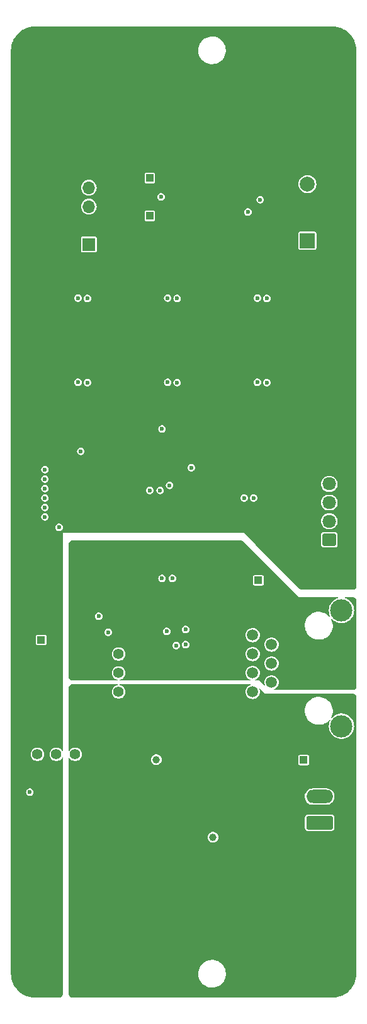
<source format=gbr>
%TF.GenerationSoftware,KiCad,Pcbnew,7.0.10*%
%TF.CreationDate,2024-04-30T16:54:10+09:00*%
%TF.ProjectId,Panel_board,50616e65-6c5f-4626-9f61-72642e6b6963,rev?*%
%TF.SameCoordinates,Original*%
%TF.FileFunction,Copper,L3,Inr*%
%TF.FilePolarity,Positive*%
%FSLAX46Y46*%
G04 Gerber Fmt 4.6, Leading zero omitted, Abs format (unit mm)*
G04 Created by KiCad (PCBNEW 7.0.10) date 2024-04-30 16:54:10*
%MOMM*%
%LPD*%
G01*
G04 APERTURE LIST*
G04 Aperture macros list*
%AMRoundRect*
0 Rectangle with rounded corners*
0 $1 Rounding radius*
0 $2 $3 $4 $5 $6 $7 $8 $9 X,Y pos of 4 corners*
0 Add a 4 corners polygon primitive as box body*
4,1,4,$2,$3,$4,$5,$6,$7,$8,$9,$2,$3,0*
0 Add four circle primitives for the rounded corners*
1,1,$1+$1,$2,$3*
1,1,$1+$1,$4,$5*
1,1,$1+$1,$6,$7*
1,1,$1+$1,$8,$9*
0 Add four rect primitives between the rounded corners*
20,1,$1+$1,$2,$3,$4,$5,0*
20,1,$1+$1,$4,$5,$6,$7,0*
20,1,$1+$1,$6,$7,$8,$9,0*
20,1,$1+$1,$8,$9,$2,$3,0*%
G04 Aperture macros list end*
%TA.AperFunction,ComponentPad*%
%ADD10R,1.000000X1.000000*%
%TD*%
%TA.AperFunction,ComponentPad*%
%ADD11RoundRect,0.250000X0.675000X-0.600000X0.675000X0.600000X-0.675000X0.600000X-0.675000X-0.600000X0*%
%TD*%
%TA.AperFunction,ComponentPad*%
%ADD12O,1.850000X1.700000*%
%TD*%
%TA.AperFunction,ComponentPad*%
%ADD13C,1.400000*%
%TD*%
%TA.AperFunction,ComponentPad*%
%ADD14RoundRect,0.250000X1.550000X-0.650000X1.550000X0.650000X-1.550000X0.650000X-1.550000X-0.650000X0*%
%TD*%
%TA.AperFunction,ComponentPad*%
%ADD15O,3.600000X1.800000*%
%TD*%
%TA.AperFunction,ComponentPad*%
%ADD16R,1.500000X1.500000*%
%TD*%
%TA.AperFunction,ComponentPad*%
%ADD17C,1.500000*%
%TD*%
%TA.AperFunction,ComponentPad*%
%ADD18C,3.000000*%
%TD*%
%TA.AperFunction,ComponentPad*%
%ADD19R,2.000000X2.000000*%
%TD*%
%TA.AperFunction,ComponentPad*%
%ADD20C,2.000000*%
%TD*%
%TA.AperFunction,ComponentPad*%
%ADD21R,1.700000X1.700000*%
%TD*%
%TA.AperFunction,ComponentPad*%
%ADD22O,1.700000X1.700000*%
%TD*%
%TA.AperFunction,ViaPad*%
%ADD23C,0.600000*%
%TD*%
%TA.AperFunction,ViaPad*%
%ADD24C,1.000000*%
%TD*%
G04 APERTURE END LIST*
D10*
%TO.N,/SDA*%
%TO.C,TP8*%
X-8382000Y-22225000D03*
%TD*%
D11*
%TO.N,+5VA*%
%TO.C,J2*%
X15765000Y-65726000D03*
D12*
%TO.N,GND*%
X15765000Y-63226000D03*
%TO.N,/A-*%
X15765000Y-60726000D03*
%TO.N,/A+*%
X15765000Y-58226000D03*
%TD*%
D13*
%TO.N,GNDPWR*%
%TO.C,U1*%
X-15875000Y-94533000D03*
%TO.N,Net-(U1-+Vin)*%
X-18415000Y-94533000D03*
%TO.N,GND*%
X-20955000Y-94533000D03*
%TO.N,Net-(U1-+Vout)*%
X-23495000Y-94533000D03*
%TD*%
D14*
%TO.N,Net-(J1-Pin_1)*%
%TO.C,J1*%
X14466500Y-103721000D03*
D15*
%TO.N,Net-(D1-K)*%
X14466500Y-100221000D03*
%TD*%
D16*
%TO.N,GNDPWR*%
%TO.C,J11*%
X8001000Y-87421000D03*
D17*
%TO.N,Net-(C19-Pad1)*%
X5461000Y-86151000D03*
%TO.N,/Communication/5V_Comm_GND*%
X8001000Y-84881000D03*
%TO.N,/Communication/H_INT*%
X5461000Y-83611000D03*
%TO.N,/Communication/RFID_TX*%
X8001000Y-82341000D03*
%TO.N,/Communication/RFID_RX*%
X5461000Y-81071000D03*
%TO.N,/Communication/H_SDA*%
X8001000Y-79801000D03*
%TO.N,/Communication/H_SCL*%
X5461000Y-78531000D03*
D18*
%TO.N,N/C*%
X17401000Y-90746000D03*
X17401000Y-75206000D03*
%TD*%
D10*
%TO.N,GNDPWR*%
%TO.C,TP6*%
X17399000Y-95295000D03*
%TD*%
%TO.N,+5V*%
%TO.C,TP1*%
X-22987000Y-74086000D03*
%TD*%
%TO.N,/SCL*%
%TO.C,TP7*%
X-8382000Y-17145000D03*
%TD*%
%TO.N,/Communication/5V_Comm_GND*%
%TO.C,TP4*%
X6223000Y-71165000D03*
%TD*%
D19*
%TO.N,Net-(BZ1--)*%
%TO.C,BZ1*%
X12827000Y-25562000D03*
D20*
%TO.N,GND*%
X12827000Y-17962000D03*
%TD*%
D21*
%TO.N,GND*%
%TO.C,J3*%
X-16580000Y-26070000D03*
D22*
%TO.N,+5V*%
X-16580000Y-23530000D03*
%TO.N,/SDA*%
X-16580000Y-20990000D03*
%TO.N,/SCL*%
X-16580000Y-18450000D03*
%TD*%
D13*
%TO.N,GNDPWR*%
%TO.C,U8*%
X-12573000Y-88691000D03*
%TO.N,Net-(U8-+Vin)*%
X-12573000Y-86151000D03*
%TO.N,/Communication/5V_Comm_GND*%
X-12573000Y-83611000D03*
%TO.N,Net-(U8-+Vout)*%
X-12573000Y-81071000D03*
%TD*%
D10*
%TO.N,/Communication/5V_Comm*%
%TO.C,TP3*%
X1143000Y-71165000D03*
%TD*%
%TO.N,+12V*%
%TO.C,TP5*%
X12319000Y-95295000D03*
%TD*%
%TO.N,GND*%
%TO.C,TP2*%
X-22987000Y-79166000D03*
%TD*%
D23*
%TO.N,+5V*%
X-10668000Y-56687000D03*
D24*
X-20955000Y-90469000D03*
D23*
X-889000Y-36367000D03*
X-4064000Y-57576000D03*
X-3429000Y-33192000D03*
X-22987000Y-87929000D03*
X11176000Y-47670000D03*
X-2413000Y-61386000D03*
X-19304000Y-52115000D03*
X-12954000Y-47670000D03*
X-889000Y-47670000D03*
X-3429000Y-44495000D03*
X8636000Y-44495000D03*
X-15494000Y-33192000D03*
X7112000Y-66593000D03*
X11176000Y-36367000D03*
X-9271000Y-60751000D03*
X8636000Y-33192000D03*
X-15494000Y-44495000D03*
X-12954000Y-36367000D03*
D24*
%TO.N,+12V*%
X-7493000Y-95250000D03*
X127000Y-105664000D03*
D23*
%TO.N,GND*%
X-5715000Y-58420000D03*
X-5969000Y-33274000D03*
X-17653000Y-53848000D03*
X4826000Y-21717000D03*
X-18034000Y-44577000D03*
X6096000Y-33274000D03*
X6477000Y-20066000D03*
X6096000Y-44577000D03*
X-5969000Y-44577000D03*
X-6858000Y-19685000D03*
X-18034000Y-33274000D03*
%TO.N,/H_INT*%
X-2794000Y-56052000D03*
X-20574000Y-64053000D03*
%TO.N,/PWR_USB*%
X-6731000Y-50845000D03*
X-24511000Y-99613000D03*
%TO.N,/SCL*%
X4318000Y-60116000D03*
X-8382000Y-59100000D03*
%TO.N,/SDA*%
X5588000Y-60116000D03*
X-6985000Y-59100000D03*
%TO.N,/NET_L*%
X7366000Y-33319000D03*
X-22479000Y-58846000D03*
%TO.N,/TARE_L*%
X-22479000Y-57576000D03*
X-4699000Y-33319000D03*
%TO.N,/BTN1_L*%
X-16764000Y-33319000D03*
X-22479000Y-56306000D03*
%TO.N,/BTN2_L*%
X7366000Y-44622000D03*
X-22479000Y-62656000D03*
%TO.N,/BTN3_L*%
X-4699000Y-44622000D03*
X-22479000Y-61386000D03*
%TO.N,/BTN4_L*%
X-16764000Y-44622000D03*
X-22479000Y-60116000D03*
%TO.N,/Communication/5V_Comm*%
X508000Y-76118000D03*
X-1524000Y-68371000D03*
X-8382000Y-70911000D03*
X-4953000Y-83357000D03*
X3175000Y-78785000D03*
X-13589000Y-66593000D03*
X-10160000Y-77896000D03*
X-3810000Y-70911000D03*
D24*
X-7747000Y-83611000D03*
D23*
X-7366000Y-72562000D03*
D24*
%TO.N,GNDPWR*%
X1524000Y-102616000D03*
X889000Y-96139000D03*
X889000Y-85979000D03*
D23*
%TO.N,Net-(U2-SDA2)*%
X-4826000Y-79928000D03*
X-5334000Y-70911000D03*
%TO.N,/Communication/RFID_TX*%
X-13970000Y-78150000D03*
%TO.N,/Communication/RFID_RX*%
X-15240000Y-75991000D03*
%TO.N,/Communication/H_SDA*%
X-3556000Y-79801000D03*
%TO.N,/Communication/H_SCL*%
X-3556000Y-77769000D03*
%TO.N,Net-(U2-SCL2)*%
X-6096000Y-78023000D03*
X-6731000Y-70911000D03*
%TD*%
%TA.AperFunction,Conductor*%
%TO.N,GNDPWR*%
G36*
X-12674714Y-85153306D02*
G01*
X-12656408Y-85197500D01*
X-12674714Y-85241694D01*
X-12705914Y-85258634D01*
X-12852797Y-85289854D01*
X-12852814Y-85289860D01*
X-13025725Y-85366846D01*
X-13025734Y-85366851D01*
X-13168448Y-85470539D01*
X-13178871Y-85478112D01*
X-13305533Y-85618784D01*
X-13400179Y-85782716D01*
X-13400180Y-85782719D01*
X-13400181Y-85782721D01*
X-13442557Y-85913142D01*
X-13458674Y-85962744D01*
X-13478460Y-86151000D01*
X-13458674Y-86339256D01*
X-13400179Y-86519284D01*
X-13305533Y-86683216D01*
X-13178871Y-86823888D01*
X-13025730Y-86935151D01*
X-12852803Y-87012144D01*
X-12667646Y-87051500D01*
X-12478354Y-87051500D01*
X-12293202Y-87012145D01*
X-12293197Y-87012144D01*
X-12293188Y-87012140D01*
X-12293185Y-87012139D01*
X-12120274Y-86935153D01*
X-12120265Y-86935148D01*
X-11967129Y-86823888D01*
X-11967128Y-86823887D01*
X-11894901Y-86743671D01*
X-11840467Y-86683216D01*
X-11745821Y-86519284D01*
X-11745820Y-86519282D01*
X-11745818Y-86519278D01*
X-11687326Y-86339258D01*
X-11667540Y-86151000D01*
X-11687326Y-85962741D01*
X-11745818Y-85782721D01*
X-11840466Y-85618785D01*
X-11967128Y-85478112D01*
X-11967129Y-85478111D01*
X-12120265Y-85366851D01*
X-12120274Y-85366846D01*
X-12293185Y-85289860D01*
X-12293202Y-85289854D01*
X-12440086Y-85258634D01*
X-12479509Y-85231540D01*
X-12488226Y-85184506D01*
X-12461132Y-85145083D01*
X-12427092Y-85135000D01*
X5114593Y-85135000D01*
X5158787Y-85153306D01*
X5177093Y-85197500D01*
X5158787Y-85241694D01*
X5132738Y-85257307D01*
X5095499Y-85268604D01*
X5095498Y-85268604D01*
X5095493Y-85268606D01*
X4930380Y-85356860D01*
X4930374Y-85356864D01*
X4785643Y-85475643D01*
X4666864Y-85620374D01*
X4666860Y-85620380D01*
X4578606Y-85785493D01*
X4524252Y-85964670D01*
X4505901Y-86150999D01*
X4505901Y-86151000D01*
X4524252Y-86337329D01*
X4544780Y-86405000D01*
X4564145Y-86468838D01*
X4578606Y-86516506D01*
X4666860Y-86681619D01*
X4666864Y-86681625D01*
X4785643Y-86826357D01*
X4930375Y-86945136D01*
X4930377Y-86945137D01*
X4930380Y-86945139D01*
X5095493Y-87033393D01*
X5095499Y-87033396D01*
X5274669Y-87087747D01*
X5461000Y-87106099D01*
X5647331Y-87087747D01*
X5826501Y-87033396D01*
X5991625Y-86945136D01*
X6136357Y-86826357D01*
X6255136Y-86681625D01*
X6343396Y-86516501D01*
X6397747Y-86337331D01*
X6416099Y-86151000D01*
X6397747Y-85964669D01*
X6350900Y-85810237D01*
X6355589Y-85762635D01*
X6392566Y-85732288D01*
X6440171Y-85736977D01*
X6454903Y-85747903D01*
X7112000Y-86405000D01*
X18926906Y-86405000D01*
X18935064Y-86405535D01*
X19052252Y-86420963D01*
X19068012Y-86425186D01*
X19173397Y-86468838D01*
X19187527Y-86476996D01*
X19278025Y-86546438D01*
X19289561Y-86557974D01*
X19359003Y-86648472D01*
X19367161Y-86662602D01*
X19400742Y-86743671D01*
X19405500Y-86767589D01*
X19405500Y-123998370D01*
X19405414Y-124001641D01*
X19388281Y-124328547D01*
X19387598Y-124335053D01*
X19336641Y-124656788D01*
X19335280Y-124663187D01*
X19250978Y-124977804D01*
X19248957Y-124984026D01*
X19132222Y-125288129D01*
X19129561Y-125294105D01*
X18981686Y-125584329D01*
X18978415Y-125589995D01*
X18801007Y-125863178D01*
X18797166Y-125868464D01*
X18710818Y-125975097D01*
X18592173Y-126121611D01*
X18587795Y-126126472D01*
X18357472Y-126356795D01*
X18352610Y-126361173D01*
X18099464Y-126566166D01*
X18094178Y-126570007D01*
X17820995Y-126747415D01*
X17815329Y-126750686D01*
X17525105Y-126898561D01*
X17519129Y-126901222D01*
X17215026Y-127017957D01*
X17208804Y-127019978D01*
X16894187Y-127104280D01*
X16887788Y-127105641D01*
X16566053Y-127156598D01*
X16559547Y-127157281D01*
X16280345Y-127171914D01*
X16277074Y-127172000D01*
X-18799906Y-127172000D01*
X-18808064Y-127171465D01*
X-18925252Y-127156036D01*
X-18941012Y-127151813D01*
X-19046397Y-127108161D01*
X-19060527Y-127100003D01*
X-19151025Y-127030561D01*
X-19162561Y-127019025D01*
X-19232003Y-126928527D01*
X-19240161Y-126914397D01*
X-19283813Y-126809012D01*
X-19288036Y-126793252D01*
X-19303465Y-126676063D01*
X-19304000Y-126667905D01*
X-19304000Y-124067765D01*
X-1854212Y-124067765D01*
X-1824586Y-124337018D01*
X-1756072Y-124599088D01*
X-1650130Y-124848390D01*
X-1509018Y-125079610D01*
X-1335745Y-125287820D01*
X-1335735Y-125287828D01*
X-1335732Y-125287832D01*
X-1230759Y-125381888D01*
X-1134002Y-125468582D01*
X-908090Y-125618044D01*
X-662824Y-125733020D01*
X-403431Y-125811060D01*
X-135439Y-125850500D01*
X-135438Y-125850500D01*
X67628Y-125850500D01*
X67631Y-125850500D01*
X67634Y-125850499D01*
X67652Y-125850499D01*
X270147Y-125835678D01*
X270149Y-125835677D01*
X270156Y-125835677D01*
X534553Y-125776780D01*
X787558Y-125680014D01*
X1023777Y-125547441D01*
X1238177Y-125381888D01*
X1426186Y-125186881D01*
X1583799Y-124966579D01*
X1707656Y-124725675D01*
X1714390Y-124705938D01*
X1750842Y-124599087D01*
X1795118Y-124469305D01*
X1844319Y-124202933D01*
X1854212Y-123932235D01*
X1824586Y-123662982D01*
X1756072Y-123400912D01*
X1650130Y-123151610D01*
X1509018Y-122920390D01*
X1419743Y-122813115D01*
X1335746Y-122712181D01*
X1335732Y-122712167D01*
X1134011Y-122531425D01*
X1134004Y-122531420D01*
X1134002Y-122531418D01*
X1014807Y-122452559D01*
X908093Y-122381957D01*
X908091Y-122381956D01*
X766610Y-122315633D01*
X662824Y-122266980D01*
X662821Y-122266979D01*
X662819Y-122266978D01*
X403440Y-122188942D01*
X403426Y-122188939D01*
X135445Y-122149500D01*
X135439Y-122149500D01*
X-67631Y-122149500D01*
X-67652Y-122149500D01*
X-270147Y-122164321D01*
X-270155Y-122164322D01*
X-270156Y-122164323D01*
X-534553Y-122223220D01*
X-534554Y-122223220D01*
X-787559Y-122319986D01*
X-1023776Y-122452558D01*
X-1023777Y-122452559D01*
X-1238177Y-122618112D01*
X-1238179Y-122618114D01*
X-1238184Y-122618118D01*
X-1426182Y-122813115D01*
X-1426190Y-122813124D01*
X-1583795Y-123033414D01*
X-1583797Y-123033419D01*
X-1583799Y-123033421D01*
X-1707656Y-123274325D01*
X-1707657Y-123274328D01*
X-1707659Y-123274332D01*
X-1750842Y-123400912D01*
X-1795118Y-123530695D01*
X-1844319Y-123797067D01*
X-1854212Y-124067765D01*
X-19304000Y-124067765D01*
X-19304000Y-105664000D01*
X-578645Y-105664000D01*
X-558140Y-105832872D01*
X-497818Y-105991930D01*
X-401183Y-106131929D01*
X-273852Y-106244734D01*
X-123225Y-106323790D01*
X41944Y-106364500D01*
X41946Y-106364500D01*
X212054Y-106364500D01*
X212056Y-106364500D01*
X377225Y-106323790D01*
X527852Y-106244734D01*
X655183Y-106131929D01*
X751818Y-105991930D01*
X812140Y-105832872D01*
X832645Y-105664000D01*
X812140Y-105495128D01*
X751818Y-105336070D01*
X751817Y-105336068D01*
X655188Y-105196077D01*
X655181Y-105196069D01*
X527851Y-105083265D01*
X377226Y-105004210D01*
X212059Y-104963500D01*
X212056Y-104963500D01*
X41944Y-104963500D01*
X41940Y-104963500D01*
X-123226Y-105004210D01*
X-273851Y-105083265D01*
X-401181Y-105196069D01*
X-401188Y-105196077D01*
X-497817Y-105336068D01*
X-497818Y-105336070D01*
X-558140Y-105495128D01*
X-578645Y-105664000D01*
X-19304000Y-105664000D01*
X-19304000Y-104425262D01*
X12466000Y-104425262D01*
X12468853Y-104455696D01*
X12468854Y-104455701D01*
X12513707Y-104583882D01*
X12513707Y-104583883D01*
X12554028Y-104638516D01*
X12594350Y-104693150D01*
X12703618Y-104773793D01*
X12831801Y-104818646D01*
X12862234Y-104821500D01*
X12862238Y-104821500D01*
X16070762Y-104821500D01*
X16070766Y-104821500D01*
X16101199Y-104818646D01*
X16229382Y-104773793D01*
X16338650Y-104693150D01*
X16419293Y-104583882D01*
X16464146Y-104455699D01*
X16467000Y-104425266D01*
X16467000Y-103016734D01*
X16464146Y-102986301D01*
X16419293Y-102858118D01*
X16338650Y-102748850D01*
X16229382Y-102668207D01*
X16101201Y-102623354D01*
X16101196Y-102623353D01*
X16081199Y-102621478D01*
X16070766Y-102620500D01*
X12862234Y-102620500D01*
X12852624Y-102621401D01*
X12831803Y-102623353D01*
X12831798Y-102623354D01*
X12703617Y-102668207D01*
X12703616Y-102668207D01*
X12594350Y-102748850D01*
X12513707Y-102858116D01*
X12513707Y-102858117D01*
X12468854Y-102986298D01*
X12468853Y-102986303D01*
X12466000Y-103016737D01*
X12466000Y-104425262D01*
X-19304000Y-104425262D01*
X-19304000Y-100168398D01*
X12462245Y-100168398D01*
X12472245Y-100378324D01*
X12472245Y-100378330D01*
X12497306Y-100481629D01*
X12521796Y-100582576D01*
X12609104Y-100773753D01*
X12609105Y-100773754D01*
X12731011Y-100944949D01*
X12731013Y-100944951D01*
X12731014Y-100944952D01*
X12883122Y-101089986D01*
X12883124Y-101089987D01*
X12883127Y-101089990D01*
X13059922Y-101203610D01*
X13059925Y-101203611D01*
X13059928Y-101203613D01*
X13169093Y-101247316D01*
X13255037Y-101281723D01*
X13255040Y-101281724D01*
X13255043Y-101281725D01*
X13461415Y-101321500D01*
X13461417Y-101321500D01*
X15418916Y-101321500D01*
X15418925Y-101321500D01*
X15575718Y-101306528D01*
X15777375Y-101247316D01*
X15964182Y-101151011D01*
X16129386Y-101021092D01*
X16267019Y-100862256D01*
X16372104Y-100680244D01*
X16440844Y-100481633D01*
X16470754Y-100273602D01*
X16460754Y-100063670D01*
X16411204Y-99859424D01*
X16323896Y-99668247D01*
X16224762Y-99529032D01*
X16201988Y-99497050D01*
X16201986Y-99497048D01*
X16049878Y-99352014D01*
X16049875Y-99352012D01*
X16049872Y-99352009D01*
X15873077Y-99238389D01*
X15677962Y-99160276D01*
X15677959Y-99160275D01*
X15549267Y-99135472D01*
X15471585Y-99120500D01*
X13514075Y-99120500D01*
X13514074Y-99120500D01*
X13357280Y-99135472D01*
X13155624Y-99194683D01*
X12968821Y-99290987D01*
X12968810Y-99290994D01*
X12803613Y-99420908D01*
X12803612Y-99420909D01*
X12665983Y-99579740D01*
X12665983Y-99579741D01*
X12560896Y-99761755D01*
X12492155Y-99960370D01*
X12462245Y-100168398D01*
X-19304000Y-100168398D01*
X-19304000Y-95027460D01*
X-19285694Y-94983266D01*
X-19241500Y-94964960D01*
X-19197306Y-94983266D01*
X-19187375Y-94996207D01*
X-19147533Y-95065216D01*
X-19020871Y-95205888D01*
X-18867730Y-95317151D01*
X-18694803Y-95394144D01*
X-18509646Y-95433500D01*
X-18320354Y-95433500D01*
X-18251525Y-95418870D01*
X-18135197Y-95394144D01*
X-18135188Y-95394140D01*
X-18135185Y-95394139D01*
X-17962274Y-95317153D01*
X-17962265Y-95317148D01*
X-17869848Y-95250003D01*
X-8198645Y-95250003D01*
X-8178141Y-95418864D01*
X-8178140Y-95418872D01*
X-8117818Y-95577930D01*
X-8021183Y-95717929D01*
X-7893852Y-95830734D01*
X-7743225Y-95909790D01*
X-7578056Y-95950500D01*
X-7578054Y-95950500D01*
X-7407946Y-95950500D01*
X-7407944Y-95950500D01*
X-7242775Y-95909790D01*
X-7092148Y-95830734D01*
X-7074103Y-95814748D01*
X11618500Y-95814748D01*
X11630132Y-95873230D01*
X11630133Y-95873232D01*
X11674447Y-95939552D01*
X11740767Y-95983866D01*
X11740769Y-95983867D01*
X11799252Y-95995500D01*
X12838748Y-95995500D01*
X12897231Y-95983867D01*
X12963552Y-95939552D01*
X13007867Y-95873231D01*
X13019500Y-95814748D01*
X13019500Y-94775252D01*
X13007867Y-94716769D01*
X12982158Y-94678293D01*
X12963552Y-94650447D01*
X12897232Y-94606133D01*
X12897230Y-94606132D01*
X12838748Y-94594500D01*
X11799252Y-94594500D01*
X11740769Y-94606132D01*
X11740767Y-94606133D01*
X11674447Y-94650447D01*
X11630133Y-94716767D01*
X11630132Y-94716769D01*
X11618500Y-94775251D01*
X11618500Y-95814748D01*
X-7074103Y-95814748D01*
X-6964817Y-95717929D01*
X-6964816Y-95717928D01*
X-6964811Y-95717922D01*
X-6868182Y-95577931D01*
X-6807859Y-95418870D01*
X-6807858Y-95418864D01*
X-6787355Y-95250003D01*
X-6787355Y-95249996D01*
X-6807858Y-95081135D01*
X-6807859Y-95081129D01*
X-6868182Y-94922068D01*
X-6964811Y-94782077D01*
X-6964818Y-94782069D01*
X-7092148Y-94669265D01*
X-7242773Y-94590210D01*
X-7407940Y-94549500D01*
X-7407944Y-94549500D01*
X-7578056Y-94549500D01*
X-7578059Y-94549500D01*
X-7743226Y-94590210D01*
X-7893851Y-94669265D01*
X-8021181Y-94782069D01*
X-8021188Y-94782077D01*
X-8117817Y-94922068D01*
X-8117818Y-94922070D01*
X-8172104Y-95065214D01*
X-8178140Y-95081129D01*
X-8178141Y-95081135D01*
X-8198645Y-95249996D01*
X-8198645Y-95250003D01*
X-17869848Y-95250003D01*
X-17809129Y-95205888D01*
X-17809128Y-95205887D01*
X-17748185Y-95138203D01*
X-17682467Y-95065216D01*
X-17587821Y-94901284D01*
X-17587820Y-94901282D01*
X-17587818Y-94901278D01*
X-17529326Y-94721258D01*
X-17509540Y-94533000D01*
X-17529326Y-94344741D01*
X-17587818Y-94164721D01*
X-17682466Y-94000785D01*
X-17809128Y-93860112D01*
X-17809129Y-93860111D01*
X-17962265Y-93748851D01*
X-17962274Y-93748846D01*
X-18135185Y-93671860D01*
X-18135202Y-93671854D01*
X-18320354Y-93632500D01*
X-18509646Y-93632500D01*
X-18694797Y-93671854D01*
X-18694814Y-93671860D01*
X-18867725Y-93748846D01*
X-18867734Y-93748851D01*
X-19020870Y-93860111D01*
X-19020871Y-93860112D01*
X-19147533Y-94000784D01*
X-19154973Y-94013671D01*
X-19187373Y-94069789D01*
X-19225324Y-94098909D01*
X-19272750Y-94092666D01*
X-19301870Y-94054715D01*
X-19304000Y-94038539D01*
X-19304000Y-88759676D01*
X12471737Y-88759676D01*
X12486810Y-88896661D01*
X12501764Y-89032571D01*
X12571204Y-89298182D01*
X12678577Y-89550852D01*
X12732261Y-89638816D01*
X12821596Y-89785198D01*
X12916133Y-89898795D01*
X12997209Y-89996218D01*
X12997213Y-89996222D01*
X12997221Y-89996230D01*
X13201678Y-90179424D01*
X13279161Y-90230685D01*
X13430641Y-90330904D01*
X13679221Y-90447433D01*
X13942119Y-90526527D01*
X14213731Y-90566500D01*
X14213732Y-90566500D01*
X14419544Y-90566500D01*
X14419547Y-90566500D01*
X14419550Y-90566499D01*
X14419568Y-90566499D01*
X14624796Y-90551478D01*
X14624798Y-90551477D01*
X14624805Y-90551477D01*
X14892775Y-90491784D01*
X15149198Y-90393711D01*
X15388609Y-90259347D01*
X15605904Y-90091557D01*
X15773325Y-89917905D01*
X15817176Y-89898795D01*
X15861697Y-89916291D01*
X15880808Y-89960143D01*
X15872446Y-89992533D01*
X15864609Y-90006108D01*
X15771489Y-90243369D01*
X15714778Y-90491841D01*
X15714778Y-90491843D01*
X15695732Y-90745996D01*
X15695732Y-90746003D01*
X15714778Y-91000156D01*
X15714778Y-91000158D01*
X15771489Y-91248630D01*
X15771492Y-91248637D01*
X15864607Y-91485888D01*
X15992041Y-91706612D01*
X15992043Y-91706615D01*
X15992047Y-91706621D01*
X16150943Y-91905869D01*
X16150946Y-91905872D01*
X16150950Y-91905877D01*
X16337783Y-92079232D01*
X16337788Y-92079235D01*
X16337791Y-92079238D01*
X16470802Y-92169922D01*
X16548366Y-92222805D01*
X16777996Y-92333389D01*
X16899769Y-92370951D01*
X17021534Y-92408511D01*
X17021537Y-92408511D01*
X17021542Y-92408513D01*
X17273565Y-92446500D01*
X17273571Y-92446500D01*
X17528429Y-92446500D01*
X17528435Y-92446500D01*
X17780458Y-92408513D01*
X17780463Y-92408511D01*
X17780466Y-92408511D01*
X17872033Y-92380265D01*
X18024004Y-92333389D01*
X18253634Y-92222805D01*
X18464217Y-92079232D01*
X18651050Y-91905877D01*
X18809959Y-91706612D01*
X18937393Y-91485888D01*
X19030508Y-91248637D01*
X19087222Y-91000157D01*
X19106268Y-90746000D01*
X19087222Y-90491843D01*
X19050489Y-90330904D01*
X19030510Y-90243369D01*
X19030508Y-90243363D01*
X18937393Y-90006112D01*
X18809959Y-89785388D01*
X18809954Y-89785382D01*
X18809952Y-89785378D01*
X18651056Y-89586130D01*
X18651053Y-89586127D01*
X18651050Y-89586123D01*
X18464217Y-89412768D01*
X18464211Y-89412764D01*
X18464208Y-89412761D01*
X18253634Y-89269195D01*
X18024004Y-89158611D01*
X18024001Y-89158610D01*
X18023999Y-89158609D01*
X18023995Y-89158608D01*
X17780465Y-89083488D01*
X17780466Y-89083488D01*
X17634976Y-89061558D01*
X17528435Y-89045500D01*
X17273565Y-89045500D01*
X17021533Y-89083488D01*
X16778004Y-89158608D01*
X16778000Y-89158609D01*
X16548365Y-89269195D01*
X16337791Y-89412761D01*
X16150948Y-89586124D01*
X16116819Y-89628921D01*
X16074952Y-89652059D01*
X16028986Y-89638816D01*
X16005848Y-89596949D01*
X16012370Y-89561377D01*
X16081727Y-89426479D01*
X16170370Y-89166646D01*
X16220236Y-88896674D01*
X16230262Y-88622320D01*
X16200236Y-88349429D01*
X16130796Y-88083818D01*
X16023423Y-87831148D01*
X15880405Y-87596804D01*
X15704791Y-87385782D01*
X15704785Y-87385777D01*
X15704778Y-87385769D01*
X15500321Y-87202575D01*
X15326757Y-87087747D01*
X15271359Y-87051096D01*
X15022779Y-86934567D01*
X15022776Y-86934566D01*
X15022777Y-86934566D01*
X14759890Y-86855475D01*
X14759876Y-86855472D01*
X14488275Y-86815500D01*
X14488269Y-86815500D01*
X14282453Y-86815500D01*
X14282431Y-86815500D01*
X14077203Y-86830521D01*
X13809225Y-86890216D01*
X13809223Y-86890216D01*
X13552800Y-86988289D01*
X13313390Y-87122653D01*
X13096093Y-87290445D01*
X12905542Y-87488088D01*
X12905541Y-87488089D01*
X12745807Y-87711358D01*
X12745804Y-87711362D01*
X12620269Y-87955528D01*
X12531634Y-88215340D01*
X12531628Y-88215360D01*
X12481765Y-88485317D01*
X12481763Y-88485338D01*
X12471737Y-88759676D01*
X-19304000Y-88759676D01*
X-19304000Y-85639094D01*
X-19303465Y-85630936D01*
X-19288036Y-85513747D01*
X-19283813Y-85497987D01*
X-19240161Y-85392602D01*
X-19232003Y-85378472D01*
X-19162561Y-85287974D01*
X-19151025Y-85276438D01*
X-19060527Y-85206996D01*
X-19046397Y-85198838D01*
X-18941012Y-85155186D01*
X-18925252Y-85150963D01*
X-18808064Y-85135535D01*
X-18799906Y-85135000D01*
X-12718908Y-85135000D01*
X-12674714Y-85153306D01*
G37*
%TD.AperFunction*%
%TD*%
%TA.AperFunction,Conductor*%
%TO.N,+5V*%
G36*
X16232641Y3174414D02*
G01*
X16559547Y3157281D01*
X16566053Y3156598D01*
X16887788Y3105641D01*
X16894187Y3104280D01*
X17208804Y3019978D01*
X17215026Y3017957D01*
X17519129Y2901222D01*
X17525105Y2898561D01*
X17815329Y2750686D01*
X17820995Y2747415D01*
X18094178Y2570007D01*
X18099464Y2566166D01*
X18316042Y2390785D01*
X18352611Y2361173D01*
X18357472Y2356795D01*
X18587795Y2126472D01*
X18592173Y2121611D01*
X18797165Y1868467D01*
X18801007Y1863178D01*
X18978415Y1589995D01*
X18981686Y1584329D01*
X19129561Y1294105D01*
X19132222Y1288129D01*
X19248957Y984026D01*
X19250978Y977804D01*
X19335280Y663187D01*
X19336641Y656788D01*
X19387598Y335053D01*
X19388281Y328547D01*
X19405414Y1642D01*
X19405500Y-1629D01*
X19405500Y-72072407D01*
X19400742Y-72096325D01*
X19367159Y-72177400D01*
X19359001Y-72191530D01*
X19289561Y-72282025D01*
X19278025Y-72293561D01*
X19187527Y-72363003D01*
X19173397Y-72371161D01*
X19068012Y-72414813D01*
X19052252Y-72419036D01*
X18935064Y-72434465D01*
X18926906Y-72435000D01*
X12149201Y-72435000D01*
X12141043Y-72434465D01*
X12023854Y-72419036D01*
X12008094Y-72414813D01*
X11902711Y-72371162D01*
X11888581Y-72363005D01*
X11794797Y-72291042D01*
X11788651Y-72285651D01*
X5883262Y-66380262D01*
X14639500Y-66380262D01*
X14642353Y-66410696D01*
X14642354Y-66410701D01*
X14687207Y-66538882D01*
X14687207Y-66538883D01*
X14727148Y-66593000D01*
X14767850Y-66648150D01*
X14877118Y-66728793D01*
X15005301Y-66773646D01*
X15035734Y-66776500D01*
X15035738Y-66776500D01*
X16494262Y-66776500D01*
X16494266Y-66776500D01*
X16524699Y-66773646D01*
X16652882Y-66728793D01*
X16762150Y-66648150D01*
X16842793Y-66538882D01*
X16887646Y-66410699D01*
X16890500Y-66380266D01*
X16890500Y-65071734D01*
X16887646Y-65041301D01*
X16842793Y-64913118D01*
X16762150Y-64803850D01*
X16652882Y-64723207D01*
X16524701Y-64678354D01*
X16524696Y-64678353D01*
X16504699Y-64676478D01*
X16494266Y-64675500D01*
X15035734Y-64675500D01*
X15026124Y-64676401D01*
X15005303Y-64678353D01*
X15005298Y-64678354D01*
X14877117Y-64723207D01*
X14877116Y-64723207D01*
X14767850Y-64803850D01*
X14687207Y-64913116D01*
X14687207Y-64913117D01*
X14642354Y-65041298D01*
X14642353Y-65041303D01*
X14639500Y-65071737D01*
X14639500Y-66380262D01*
X5883262Y-66380262D01*
X4464448Y-64961448D01*
X4464447Y-64961447D01*
X4318000Y-64815000D01*
X4110899Y-64815000D01*
X-19566006Y-64815000D01*
X-20066000Y-64815000D01*
X-20066000Y-65315000D01*
X-20066000Y-65315006D01*
X-20066000Y-94038539D01*
X-20084306Y-94082733D01*
X-20128500Y-94101039D01*
X-20172694Y-94082733D01*
X-20182627Y-94069789D01*
X-20222466Y-94000785D01*
X-20349128Y-93860112D01*
X-20349129Y-93860111D01*
X-20502265Y-93748851D01*
X-20502274Y-93748846D01*
X-20675185Y-93671860D01*
X-20675202Y-93671854D01*
X-20860354Y-93632500D01*
X-21049646Y-93632500D01*
X-21234797Y-93671854D01*
X-21234814Y-93671860D01*
X-21407725Y-93748846D01*
X-21407734Y-93748851D01*
X-21560870Y-93860111D01*
X-21560871Y-93860112D01*
X-21687533Y-94000784D01*
X-21782179Y-94164716D01*
X-21840674Y-94344744D01*
X-21860460Y-94533000D01*
X-21840674Y-94721256D01*
X-21782179Y-94901284D01*
X-21687533Y-95065216D01*
X-21560871Y-95205888D01*
X-21407730Y-95317151D01*
X-21234803Y-95394144D01*
X-21049646Y-95433500D01*
X-20860354Y-95433500D01*
X-20675202Y-95394145D01*
X-20675197Y-95394144D01*
X-20675188Y-95394140D01*
X-20675185Y-95394139D01*
X-20502274Y-95317153D01*
X-20502265Y-95317148D01*
X-20349129Y-95205888D01*
X-20349128Y-95205887D01*
X-20335118Y-95190327D01*
X-20222467Y-95065216D01*
X-20182626Y-94996209D01*
X-20144677Y-94967090D01*
X-20097250Y-94973333D01*
X-20068130Y-95011283D01*
X-20066000Y-95027460D01*
X-20066000Y-126667905D01*
X-20066535Y-126676063D01*
X-20081963Y-126793252D01*
X-20086186Y-126809012D01*
X-20129838Y-126914397D01*
X-20137996Y-126928527D01*
X-20207438Y-127019025D01*
X-20218974Y-127030561D01*
X-20309472Y-127100003D01*
X-20323602Y-127108161D01*
X-20428987Y-127151813D01*
X-20444747Y-127156036D01*
X-20561936Y-127171465D01*
X-20570094Y-127172000D01*
X-23922074Y-127172000D01*
X-23925345Y-127171914D01*
X-24204547Y-127157281D01*
X-24211053Y-127156598D01*
X-24532788Y-127105641D01*
X-24539187Y-127104280D01*
X-24853805Y-127019978D01*
X-24860027Y-127017957D01*
X-25164130Y-126901222D01*
X-25170106Y-126898561D01*
X-25460329Y-126750686D01*
X-25465995Y-126747415D01*
X-25739174Y-126570011D01*
X-25744467Y-126566166D01*
X-25997615Y-126361170D01*
X-26002476Y-126356792D01*
X-26232792Y-126126476D01*
X-26237170Y-126121615D01*
X-26442166Y-125868467D01*
X-26446011Y-125863174D01*
X-26623415Y-125589995D01*
X-26626686Y-125584329D01*
X-26774561Y-125294106D01*
X-26777222Y-125288130D01*
X-26893957Y-124984027D01*
X-26895978Y-124977805D01*
X-26980280Y-124663187D01*
X-26981641Y-124656788D01*
X-27032598Y-124335053D01*
X-27033281Y-124328547D01*
X-27050414Y-124001641D01*
X-27050500Y-123998370D01*
X-27050500Y-99613000D01*
X-25016647Y-99613000D01*
X-24996165Y-99755457D01*
X-24936377Y-99886373D01*
X-24842128Y-99995143D01*
X-24721053Y-100072953D01*
X-24582962Y-100113499D01*
X-24582962Y-100113500D01*
X-24582961Y-100113500D01*
X-24439038Y-100113500D01*
X-24439036Y-100113499D01*
X-24300950Y-100072954D01*
X-24300949Y-100072953D01*
X-24300947Y-100072953D01*
X-24179872Y-99995143D01*
X-24179871Y-99995142D01*
X-24085623Y-99886374D01*
X-24085623Y-99886372D01*
X-24025834Y-99755455D01*
X-24005353Y-99613000D01*
X-24025834Y-99470544D01*
X-24085623Y-99339627D01*
X-24085623Y-99339625D01*
X-24179871Y-99230857D01*
X-24300950Y-99153045D01*
X-24439037Y-99112500D01*
X-24439039Y-99112500D01*
X-24582961Y-99112500D01*
X-24582963Y-99112500D01*
X-24721049Y-99153045D01*
X-24721051Y-99153046D01*
X-24721053Y-99153047D01*
X-24842128Y-99230857D01*
X-24936376Y-99339625D01*
X-24936377Y-99339627D01*
X-24996165Y-99470543D01*
X-25016647Y-99613000D01*
X-27050500Y-99613000D01*
X-27050500Y-94533000D01*
X-24400460Y-94533000D01*
X-24380674Y-94721256D01*
X-24322179Y-94901284D01*
X-24227533Y-95065216D01*
X-24100871Y-95205888D01*
X-23947730Y-95317151D01*
X-23774803Y-95394144D01*
X-23589646Y-95433500D01*
X-23400354Y-95433500D01*
X-23215202Y-95394145D01*
X-23215197Y-95394144D01*
X-23215188Y-95394140D01*
X-23215185Y-95394139D01*
X-23042274Y-95317153D01*
X-23042265Y-95317148D01*
X-22889129Y-95205888D01*
X-22889128Y-95205887D01*
X-22875118Y-95190327D01*
X-22762467Y-95065216D01*
X-22667821Y-94901284D01*
X-22667820Y-94901282D01*
X-22667818Y-94901278D01*
X-22609326Y-94721258D01*
X-22589540Y-94533000D01*
X-22609326Y-94344741D01*
X-22667818Y-94164721D01*
X-22762466Y-94000785D01*
X-22889128Y-93860112D01*
X-22889129Y-93860111D01*
X-23042265Y-93748851D01*
X-23042274Y-93748846D01*
X-23215185Y-93671860D01*
X-23215202Y-93671854D01*
X-23400354Y-93632500D01*
X-23589646Y-93632500D01*
X-23774797Y-93671854D01*
X-23774814Y-93671860D01*
X-23947725Y-93748846D01*
X-23947734Y-93748851D01*
X-24100870Y-93860111D01*
X-24100871Y-93860112D01*
X-24227533Y-94000784D01*
X-24322179Y-94164716D01*
X-24380674Y-94344744D01*
X-24400460Y-94533000D01*
X-27050500Y-94533000D01*
X-27050500Y-79685748D01*
X-23687500Y-79685748D01*
X-23675867Y-79744231D01*
X-23631552Y-79810552D01*
X-23565231Y-79854867D01*
X-23506748Y-79866500D01*
X-22467252Y-79866500D01*
X-22408769Y-79854867D01*
X-22408767Y-79854866D01*
X-22342447Y-79810552D01*
X-22298133Y-79744232D01*
X-22298132Y-79744230D01*
X-22286500Y-79685748D01*
X-22286500Y-78646251D01*
X-22298132Y-78587769D01*
X-22298133Y-78587767D01*
X-22342447Y-78521447D01*
X-22408767Y-78477133D01*
X-22408769Y-78477132D01*
X-22467252Y-78465500D01*
X-23506748Y-78465500D01*
X-23565230Y-78477132D01*
X-23565232Y-78477133D01*
X-23631552Y-78521447D01*
X-23661467Y-78566218D01*
X-23675867Y-78587769D01*
X-23687500Y-78646252D01*
X-23687500Y-79685748D01*
X-27050500Y-79685748D01*
X-27050500Y-64053000D01*
X-21079647Y-64053000D01*
X-21059165Y-64195457D01*
X-20999377Y-64326373D01*
X-20905128Y-64435143D01*
X-20784053Y-64512953D01*
X-20645962Y-64553499D01*
X-20645962Y-64553500D01*
X-20645961Y-64553500D01*
X-20502038Y-64553500D01*
X-20502036Y-64553499D01*
X-20363950Y-64512954D01*
X-20363949Y-64512953D01*
X-20363947Y-64512953D01*
X-20242872Y-64435143D01*
X-20242871Y-64435142D01*
X-20148623Y-64326374D01*
X-20148623Y-64326372D01*
X-20118904Y-64261299D01*
X-20088835Y-64195457D01*
X-20088834Y-64195455D01*
X-20068353Y-64053000D01*
X-20088834Y-63910544D01*
X-20148623Y-63779627D01*
X-20148623Y-63779625D01*
X-20242871Y-63670857D01*
X-20363950Y-63593045D01*
X-20502037Y-63552500D01*
X-20502039Y-63552500D01*
X-20645961Y-63552500D01*
X-20645963Y-63552500D01*
X-20784049Y-63593045D01*
X-20784051Y-63593046D01*
X-20784053Y-63593047D01*
X-20905128Y-63670857D01*
X-20999376Y-63779625D01*
X-20999377Y-63779627D01*
X-21059165Y-63910543D01*
X-21079647Y-64053000D01*
X-27050500Y-64053000D01*
X-27050500Y-63226000D01*
X14634417Y-63226000D01*
X14654699Y-63431930D01*
X14654700Y-63431935D01*
X14714766Y-63629949D01*
X14714768Y-63629954D01*
X14812311Y-63812444D01*
X14812313Y-63812448D01*
X14812315Y-63812450D01*
X14943590Y-63972410D01*
X15103550Y-64103685D01*
X15103553Y-64103686D01*
X15103555Y-64103688D01*
X15178912Y-64143967D01*
X15286046Y-64201232D01*
X15484066Y-64261300D01*
X15638392Y-64276500D01*
X15638396Y-64276500D01*
X15891604Y-64276500D01*
X15891608Y-64276500D01*
X16045934Y-64261300D01*
X16243954Y-64201232D01*
X16426450Y-64103685D01*
X16586410Y-63972410D01*
X16717685Y-63812450D01*
X16815232Y-63629954D01*
X16875300Y-63431934D01*
X16895583Y-63226000D01*
X16875300Y-63020066D01*
X16815232Y-62822046D01*
X16717685Y-62639550D01*
X16586410Y-62479590D01*
X16426450Y-62348315D01*
X16426448Y-62348313D01*
X16426444Y-62348311D01*
X16243954Y-62250768D01*
X16243949Y-62250766D01*
X16045935Y-62190700D01*
X16045930Y-62190699D01*
X15952404Y-62181487D01*
X15891608Y-62175500D01*
X15638392Y-62175500D01*
X15583047Y-62180951D01*
X15484069Y-62190699D01*
X15484064Y-62190700D01*
X15286050Y-62250766D01*
X15286045Y-62250768D01*
X15103555Y-62348311D01*
X15103544Y-62348319D01*
X14943591Y-62479588D01*
X14943588Y-62479591D01*
X14812319Y-62639544D01*
X14812311Y-62639555D01*
X14714768Y-62822045D01*
X14714766Y-62822050D01*
X14654700Y-63020064D01*
X14654699Y-63020069D01*
X14634417Y-63225999D01*
X14634417Y-63226000D01*
X-27050500Y-63226000D01*
X-27050500Y-62656000D01*
X-22984647Y-62656000D01*
X-22964165Y-62798457D01*
X-22904377Y-62929373D01*
X-22810128Y-63038143D01*
X-22689053Y-63115953D01*
X-22550962Y-63156499D01*
X-22550962Y-63156500D01*
X-22550961Y-63156500D01*
X-22407038Y-63156500D01*
X-22407036Y-63156499D01*
X-22268950Y-63115954D01*
X-22268949Y-63115953D01*
X-22268947Y-63115953D01*
X-22147872Y-63038143D01*
X-22132208Y-63020066D01*
X-22053623Y-62929374D01*
X-22053623Y-62929372D01*
X-21993834Y-62798455D01*
X-21973353Y-62656000D01*
X-21993834Y-62513544D01*
X-22053623Y-62382627D01*
X-22053623Y-62382625D01*
X-22147871Y-62273857D01*
X-22268950Y-62196045D01*
X-22407037Y-62155500D01*
X-22407039Y-62155500D01*
X-22550961Y-62155500D01*
X-22550963Y-62155500D01*
X-22689049Y-62196045D01*
X-22689051Y-62196046D01*
X-22689053Y-62196047D01*
X-22810128Y-62273857D01*
X-22904376Y-62382625D01*
X-22904377Y-62382627D01*
X-22964165Y-62513543D01*
X-22984647Y-62656000D01*
X-27050500Y-62656000D01*
X-27050500Y-61386000D01*
X-22984647Y-61386000D01*
X-22964165Y-61528457D01*
X-22904377Y-61659373D01*
X-22810128Y-61768143D01*
X-22689053Y-61845953D01*
X-22550962Y-61886499D01*
X-22550962Y-61886500D01*
X-22550961Y-61886500D01*
X-22407038Y-61886500D01*
X-22407036Y-61886499D01*
X-22268950Y-61845954D01*
X-22268949Y-61845953D01*
X-22268947Y-61845953D01*
X-22147872Y-61768143D01*
X-22147871Y-61768142D01*
X-22053623Y-61659374D01*
X-22053623Y-61659372D01*
X-21993834Y-61528455D01*
X-21973353Y-61386000D01*
X-21993834Y-61243544D01*
X-22053623Y-61112627D01*
X-22053623Y-61112625D01*
X-22147871Y-61003857D01*
X-22268950Y-60926045D01*
X-22407037Y-60885500D01*
X-22407039Y-60885500D01*
X-22550961Y-60885500D01*
X-22550963Y-60885500D01*
X-22689049Y-60926045D01*
X-22689051Y-60926046D01*
X-22689053Y-60926047D01*
X-22810128Y-61003857D01*
X-22904376Y-61112625D01*
X-22904377Y-61112627D01*
X-22964165Y-61243543D01*
X-22984647Y-61386000D01*
X-27050500Y-61386000D01*
X-27050500Y-60726000D01*
X14634417Y-60726000D01*
X14654699Y-60931930D01*
X14654700Y-60931935D01*
X14714766Y-61129949D01*
X14714768Y-61129954D01*
X14812311Y-61312444D01*
X14812319Y-61312455D01*
X14872675Y-61386000D01*
X14943590Y-61472410D01*
X15103550Y-61603685D01*
X15103553Y-61603686D01*
X15103555Y-61603688D01*
X15178912Y-61643967D01*
X15286046Y-61701232D01*
X15484066Y-61761300D01*
X15638392Y-61776500D01*
X15638396Y-61776500D01*
X15891604Y-61776500D01*
X15891608Y-61776500D01*
X16045934Y-61761300D01*
X16243954Y-61701232D01*
X16426450Y-61603685D01*
X16586410Y-61472410D01*
X16717685Y-61312450D01*
X16815232Y-61129954D01*
X16875300Y-60931934D01*
X16895583Y-60726000D01*
X16875300Y-60520066D01*
X16815232Y-60322046D01*
X16717685Y-60139550D01*
X16586410Y-59979590D01*
X16426450Y-59848315D01*
X16426448Y-59848313D01*
X16426444Y-59848311D01*
X16243954Y-59750768D01*
X16243949Y-59750766D01*
X16045935Y-59690700D01*
X16045930Y-59690699D01*
X15952404Y-59681487D01*
X15891608Y-59675500D01*
X15638392Y-59675500D01*
X15583047Y-59680951D01*
X15484069Y-59690699D01*
X15484064Y-59690700D01*
X15286050Y-59750766D01*
X15286045Y-59750768D01*
X15103555Y-59848311D01*
X15103544Y-59848319D01*
X14943591Y-59979588D01*
X14943588Y-59979591D01*
X14812319Y-60139544D01*
X14812311Y-60139555D01*
X14714768Y-60322045D01*
X14714766Y-60322050D01*
X14654700Y-60520064D01*
X14654699Y-60520069D01*
X14634417Y-60725999D01*
X14634417Y-60726000D01*
X-27050500Y-60726000D01*
X-27050500Y-60116000D01*
X-22984647Y-60116000D01*
X-22964165Y-60258457D01*
X-22904377Y-60389373D01*
X-22810128Y-60498143D01*
X-22689053Y-60575953D01*
X-22550962Y-60616499D01*
X-22550962Y-60616500D01*
X-22550961Y-60616500D01*
X-22407038Y-60616500D01*
X-22407036Y-60616499D01*
X-22268950Y-60575954D01*
X-22268949Y-60575953D01*
X-22268947Y-60575953D01*
X-22147872Y-60498143D01*
X-22147871Y-60498142D01*
X-22053623Y-60389374D01*
X-22053623Y-60389372D01*
X-22022875Y-60322046D01*
X-21993835Y-60258457D01*
X-21993834Y-60258455D01*
X-21973353Y-60116000D01*
X3812353Y-60116000D01*
X3832834Y-60258455D01*
X3832835Y-60258457D01*
X3861875Y-60322046D01*
X3892623Y-60389372D01*
X3892623Y-60389374D01*
X3986871Y-60498142D01*
X3986872Y-60498143D01*
X4107947Y-60575953D01*
X4107949Y-60575953D01*
X4107950Y-60575954D01*
X4246036Y-60616499D01*
X4246038Y-60616500D01*
X4246039Y-60616500D01*
X4389962Y-60616500D01*
X4389962Y-60616499D01*
X4528053Y-60575953D01*
X4649128Y-60498143D01*
X4743377Y-60389373D01*
X4803165Y-60258457D01*
X4823647Y-60116000D01*
X5082353Y-60116000D01*
X5102834Y-60258455D01*
X5102835Y-60258457D01*
X5131875Y-60322046D01*
X5162623Y-60389372D01*
X5162623Y-60389374D01*
X5256871Y-60498142D01*
X5256872Y-60498143D01*
X5377947Y-60575953D01*
X5377949Y-60575953D01*
X5377950Y-60575954D01*
X5516036Y-60616499D01*
X5516038Y-60616500D01*
X5516039Y-60616500D01*
X5659962Y-60616500D01*
X5659962Y-60616499D01*
X5798053Y-60575953D01*
X5919128Y-60498143D01*
X6013377Y-60389373D01*
X6073165Y-60258457D01*
X6093647Y-60116000D01*
X6073165Y-59973543D01*
X6013377Y-59842627D01*
X6013376Y-59842625D01*
X5919128Y-59733857D01*
X5851974Y-59690700D01*
X5798053Y-59656047D01*
X5798051Y-59656046D01*
X5798049Y-59656045D01*
X5659963Y-59615500D01*
X5659961Y-59615500D01*
X5516039Y-59615500D01*
X5516037Y-59615500D01*
X5377950Y-59656045D01*
X5256871Y-59733857D01*
X5162623Y-59842625D01*
X5162623Y-59842627D01*
X5102834Y-59973544D01*
X5082353Y-60116000D01*
X4823647Y-60116000D01*
X4803165Y-59973543D01*
X4743377Y-59842627D01*
X4743376Y-59842625D01*
X4649128Y-59733857D01*
X4581974Y-59690700D01*
X4528053Y-59656047D01*
X4528051Y-59656046D01*
X4528049Y-59656045D01*
X4389963Y-59615500D01*
X4389961Y-59615500D01*
X4246039Y-59615500D01*
X4246037Y-59615500D01*
X4107950Y-59656045D01*
X3986871Y-59733857D01*
X3892623Y-59842625D01*
X3892623Y-59842627D01*
X3832834Y-59973544D01*
X3812353Y-60116000D01*
X-21973353Y-60116000D01*
X-21993834Y-59973544D01*
X-22053623Y-59842627D01*
X-22053623Y-59842625D01*
X-22147871Y-59733857D01*
X-22268950Y-59656045D01*
X-22407037Y-59615500D01*
X-22407039Y-59615500D01*
X-22550961Y-59615500D01*
X-22550963Y-59615500D01*
X-22689049Y-59656045D01*
X-22689051Y-59656046D01*
X-22689053Y-59656047D01*
X-22742974Y-59690700D01*
X-22810128Y-59733857D01*
X-22904376Y-59842625D01*
X-22904377Y-59842627D01*
X-22964165Y-59973543D01*
X-22984647Y-60116000D01*
X-27050500Y-60116000D01*
X-27050500Y-58846000D01*
X-22984647Y-58846000D01*
X-22964165Y-58988457D01*
X-22904377Y-59119373D01*
X-22810128Y-59228143D01*
X-22689053Y-59305953D01*
X-22550962Y-59346499D01*
X-22550962Y-59346500D01*
X-22550961Y-59346500D01*
X-22407038Y-59346500D01*
X-22407036Y-59346499D01*
X-22268950Y-59305954D01*
X-22268949Y-59305953D01*
X-22268947Y-59305953D01*
X-22147872Y-59228143D01*
X-22147871Y-59228142D01*
X-22053623Y-59119374D01*
X-22053623Y-59119372D01*
X-22046458Y-59103685D01*
X-22044775Y-59100000D01*
X-8887647Y-59100000D01*
X-8867165Y-59242457D01*
X-8807377Y-59373373D01*
X-8713128Y-59482143D01*
X-8592053Y-59559953D01*
X-8453962Y-59600499D01*
X-8453962Y-59600500D01*
X-8453961Y-59600500D01*
X-8310038Y-59600500D01*
X-8310036Y-59600499D01*
X-8171950Y-59559954D01*
X-8171949Y-59559953D01*
X-8171947Y-59559953D01*
X-8050872Y-59482143D01*
X-8050871Y-59482142D01*
X-7956623Y-59373374D01*
X-7956623Y-59373372D01*
X-7944350Y-59346500D01*
X-7896835Y-59242457D01*
X-7896834Y-59242455D01*
X-7876353Y-59100000D01*
X-7490647Y-59100000D01*
X-7470165Y-59242457D01*
X-7410377Y-59373373D01*
X-7316128Y-59482143D01*
X-7195053Y-59559953D01*
X-7056962Y-59600499D01*
X-7056962Y-59600500D01*
X-7056961Y-59600500D01*
X-6913038Y-59600500D01*
X-6913036Y-59600499D01*
X-6774950Y-59559954D01*
X-6774949Y-59559953D01*
X-6774947Y-59559953D01*
X-6653872Y-59482143D01*
X-6653871Y-59482142D01*
X-6559623Y-59373374D01*
X-6559623Y-59373372D01*
X-6547350Y-59346500D01*
X-6499835Y-59242457D01*
X-6499834Y-59242455D01*
X-6479353Y-59100000D01*
X-6499834Y-58957544D01*
X-6559623Y-58826627D01*
X-6559623Y-58826625D01*
X-6653871Y-58717857D01*
X-6774950Y-58640045D01*
X-6913037Y-58599500D01*
X-6913039Y-58599500D01*
X-7056961Y-58599500D01*
X-7056963Y-58599500D01*
X-7195049Y-58640045D01*
X-7195051Y-58640046D01*
X-7195053Y-58640047D01*
X-7293855Y-58703543D01*
X-7316128Y-58717857D01*
X-7410376Y-58826625D01*
X-7410377Y-58826627D01*
X-7470165Y-58957543D01*
X-7490647Y-59100000D01*
X-7876353Y-59100000D01*
X-7896834Y-58957544D01*
X-7956623Y-58826627D01*
X-7956623Y-58826625D01*
X-8050871Y-58717857D01*
X-8171950Y-58640045D01*
X-8310037Y-58599500D01*
X-8310039Y-58599500D01*
X-8453961Y-58599500D01*
X-8453963Y-58599500D01*
X-8592049Y-58640045D01*
X-8592051Y-58640046D01*
X-8592053Y-58640047D01*
X-8690855Y-58703543D01*
X-8713128Y-58717857D01*
X-8807376Y-58826625D01*
X-8807377Y-58826627D01*
X-8867165Y-58957543D01*
X-8887647Y-59100000D01*
X-22044775Y-59100000D01*
X-21993835Y-58988457D01*
X-21993834Y-58988455D01*
X-21973353Y-58846000D01*
X-21993834Y-58703544D01*
X-22053623Y-58572627D01*
X-22053623Y-58572625D01*
X-22147871Y-58463857D01*
X-22216114Y-58420000D01*
X-6220647Y-58420000D01*
X-6200165Y-58562457D01*
X-6140377Y-58693373D01*
X-6046128Y-58802143D01*
X-5925053Y-58879953D01*
X-5786962Y-58920499D01*
X-5786962Y-58920500D01*
X-5786961Y-58920500D01*
X-5643038Y-58920500D01*
X-5643036Y-58920499D01*
X-5504950Y-58879954D01*
X-5504949Y-58879953D01*
X-5504947Y-58879953D01*
X-5383872Y-58802143D01*
X-5310838Y-58717857D01*
X-5289623Y-58693374D01*
X-5289623Y-58693372D01*
X-5229834Y-58562455D01*
X-5209353Y-58420000D01*
X-5229834Y-58277544D01*
X-5253374Y-58226000D01*
X14634417Y-58226000D01*
X14654699Y-58431930D01*
X14654700Y-58431935D01*
X14714766Y-58629949D01*
X14714768Y-58629954D01*
X14812311Y-58812444D01*
X14812319Y-58812455D01*
X14839848Y-58846000D01*
X14943590Y-58972410D01*
X15103550Y-59103685D01*
X15103553Y-59103686D01*
X15103555Y-59103688D01*
X15178912Y-59143967D01*
X15286046Y-59201232D01*
X15484066Y-59261300D01*
X15638392Y-59276500D01*
X15638396Y-59276500D01*
X15891604Y-59276500D01*
X15891608Y-59276500D01*
X16045934Y-59261300D01*
X16243954Y-59201232D01*
X16426450Y-59103685D01*
X16586410Y-58972410D01*
X16717685Y-58812450D01*
X16815232Y-58629954D01*
X16875300Y-58431934D01*
X16895583Y-58226000D01*
X16875300Y-58020066D01*
X16815232Y-57822046D01*
X16717685Y-57639550D01*
X16586410Y-57479590D01*
X16530302Y-57433544D01*
X16426455Y-57348319D01*
X16426453Y-57348318D01*
X16426450Y-57348315D01*
X16426448Y-57348313D01*
X16426444Y-57348311D01*
X16243954Y-57250768D01*
X16243949Y-57250766D01*
X16045935Y-57190700D01*
X16045930Y-57190699D01*
X15952404Y-57181487D01*
X15891608Y-57175500D01*
X15638392Y-57175500D01*
X15583047Y-57180951D01*
X15484069Y-57190699D01*
X15484064Y-57190700D01*
X15286050Y-57250766D01*
X15286045Y-57250768D01*
X15103555Y-57348311D01*
X15103544Y-57348319D01*
X14943591Y-57479588D01*
X14943588Y-57479591D01*
X14812319Y-57639544D01*
X14812311Y-57639555D01*
X14714768Y-57822045D01*
X14714766Y-57822050D01*
X14654700Y-58020064D01*
X14654699Y-58020069D01*
X14634417Y-58225999D01*
X14634417Y-58226000D01*
X-5253374Y-58226000D01*
X-5289623Y-58146627D01*
X-5289623Y-58146625D01*
X-5383871Y-58037857D01*
X-5504950Y-57960045D01*
X-5643037Y-57919500D01*
X-5643039Y-57919500D01*
X-5786961Y-57919500D01*
X-5786963Y-57919500D01*
X-5925049Y-57960045D01*
X-5925051Y-57960046D01*
X-5925053Y-57960047D01*
X-6018449Y-58020069D01*
X-6046128Y-58037857D01*
X-6140376Y-58146625D01*
X-6140377Y-58146627D01*
X-6200165Y-58277543D01*
X-6220647Y-58420000D01*
X-22216114Y-58420000D01*
X-22268950Y-58386045D01*
X-22407037Y-58345500D01*
X-22407039Y-58345500D01*
X-22550961Y-58345500D01*
X-22550963Y-58345500D01*
X-22689049Y-58386045D01*
X-22689051Y-58386046D01*
X-22689053Y-58386047D01*
X-22760456Y-58431935D01*
X-22810128Y-58463857D01*
X-22904376Y-58572625D01*
X-22904377Y-58572627D01*
X-22964165Y-58703543D01*
X-22984647Y-58846000D01*
X-27050500Y-58846000D01*
X-27050500Y-57576000D01*
X-22984647Y-57576000D01*
X-22964165Y-57718457D01*
X-22904377Y-57849373D01*
X-22810128Y-57958143D01*
X-22689053Y-58035953D01*
X-22550962Y-58076499D01*
X-22550962Y-58076500D01*
X-22550961Y-58076500D01*
X-22407038Y-58076500D01*
X-22407036Y-58076499D01*
X-22268950Y-58035954D01*
X-22268949Y-58035953D01*
X-22268947Y-58035953D01*
X-22147872Y-57958143D01*
X-22114388Y-57919500D01*
X-22053623Y-57849374D01*
X-22053623Y-57849372D01*
X-21993834Y-57718455D01*
X-21973353Y-57576000D01*
X-21993834Y-57433544D01*
X-22053623Y-57302627D01*
X-22053623Y-57302625D01*
X-22147871Y-57193857D01*
X-22268950Y-57116045D01*
X-22407037Y-57075500D01*
X-22407039Y-57075500D01*
X-22550961Y-57075500D01*
X-22550963Y-57075500D01*
X-22689049Y-57116045D01*
X-22689051Y-57116046D01*
X-22689053Y-57116047D01*
X-22781564Y-57175500D01*
X-22810128Y-57193857D01*
X-22904376Y-57302625D01*
X-22904377Y-57302627D01*
X-22964165Y-57433543D01*
X-22984647Y-57576000D01*
X-27050500Y-57576000D01*
X-27050500Y-56306000D01*
X-22984647Y-56306000D01*
X-22964165Y-56448457D01*
X-22904377Y-56579373D01*
X-22810128Y-56688143D01*
X-22689053Y-56765953D01*
X-22550962Y-56806499D01*
X-22550962Y-56806500D01*
X-22550961Y-56806500D01*
X-22407038Y-56806500D01*
X-22407036Y-56806499D01*
X-22268950Y-56765954D01*
X-22268949Y-56765953D01*
X-22268947Y-56765953D01*
X-22147872Y-56688143D01*
X-22147871Y-56688142D01*
X-22053623Y-56579374D01*
X-22053623Y-56579372D01*
X-22041350Y-56552500D01*
X-21993835Y-56448457D01*
X-21993834Y-56448455D01*
X-21973353Y-56306000D01*
X-21993834Y-56163544D01*
X-22044775Y-56052000D01*
X-3299647Y-56052000D01*
X-3279165Y-56194457D01*
X-3219377Y-56325373D01*
X-3125128Y-56434143D01*
X-3004053Y-56511953D01*
X-2865962Y-56552499D01*
X-2865962Y-56552500D01*
X-2865961Y-56552500D01*
X-2722038Y-56552500D01*
X-2722036Y-56552499D01*
X-2583950Y-56511954D01*
X-2583949Y-56511953D01*
X-2583947Y-56511953D01*
X-2462872Y-56434143D01*
X-2462871Y-56434142D01*
X-2368623Y-56325374D01*
X-2368623Y-56325372D01*
X-2308834Y-56194455D01*
X-2288353Y-56052000D01*
X-2308834Y-55909544D01*
X-2368623Y-55778627D01*
X-2368623Y-55778625D01*
X-2462871Y-55669857D01*
X-2583950Y-55592045D01*
X-2722037Y-55551500D01*
X-2722039Y-55551500D01*
X-2865961Y-55551500D01*
X-2865963Y-55551500D01*
X-3004049Y-55592045D01*
X-3004051Y-55592046D01*
X-3004053Y-55592047D01*
X-3125128Y-55669857D01*
X-3219376Y-55778625D01*
X-3219377Y-55778627D01*
X-3279165Y-55909543D01*
X-3299647Y-56052000D01*
X-22044775Y-56052000D01*
X-22053623Y-56032627D01*
X-22053623Y-56032625D01*
X-22147871Y-55923857D01*
X-22268950Y-55846045D01*
X-22407037Y-55805500D01*
X-22407039Y-55805500D01*
X-22550961Y-55805500D01*
X-22550963Y-55805500D01*
X-22689049Y-55846045D01*
X-22689051Y-55846046D01*
X-22689053Y-55846047D01*
X-22787855Y-55909543D01*
X-22810128Y-55923857D01*
X-22904376Y-56032625D01*
X-22904377Y-56032627D01*
X-22964165Y-56163543D01*
X-22984647Y-56306000D01*
X-27050500Y-56306000D01*
X-27050500Y-53848000D01*
X-18158647Y-53848000D01*
X-18138165Y-53990457D01*
X-18078377Y-54121373D01*
X-17984128Y-54230143D01*
X-17863053Y-54307953D01*
X-17724962Y-54348499D01*
X-17724962Y-54348500D01*
X-17724961Y-54348500D01*
X-17581038Y-54348500D01*
X-17581036Y-54348499D01*
X-17442950Y-54307954D01*
X-17442949Y-54307953D01*
X-17442947Y-54307953D01*
X-17321872Y-54230143D01*
X-17321871Y-54230142D01*
X-17227623Y-54121374D01*
X-17227623Y-54121372D01*
X-17167834Y-53990455D01*
X-17147353Y-53848000D01*
X-17167834Y-53705544D01*
X-17227623Y-53574627D01*
X-17227623Y-53574625D01*
X-17321871Y-53465857D01*
X-17442950Y-53388045D01*
X-17581037Y-53347500D01*
X-17581039Y-53347500D01*
X-17724961Y-53347500D01*
X-17724963Y-53347500D01*
X-17863049Y-53388045D01*
X-17863051Y-53388046D01*
X-17863053Y-53388047D01*
X-17984128Y-53465857D01*
X-18078376Y-53574625D01*
X-18078377Y-53574627D01*
X-18138165Y-53705543D01*
X-18158647Y-53848000D01*
X-27050500Y-53848000D01*
X-27050500Y-50845000D01*
X-7236647Y-50845000D01*
X-7216165Y-50987457D01*
X-7156377Y-51118373D01*
X-7062128Y-51227143D01*
X-6941053Y-51304953D01*
X-6802962Y-51345499D01*
X-6802962Y-51345500D01*
X-6802961Y-51345500D01*
X-6659038Y-51345500D01*
X-6659036Y-51345499D01*
X-6520950Y-51304954D01*
X-6520949Y-51304953D01*
X-6520947Y-51304953D01*
X-6399872Y-51227143D01*
X-6399871Y-51227142D01*
X-6305623Y-51118374D01*
X-6305623Y-51118372D01*
X-6245834Y-50987455D01*
X-6225353Y-50845000D01*
X-6245834Y-50702544D01*
X-6305623Y-50571627D01*
X-6305623Y-50571625D01*
X-6399871Y-50462857D01*
X-6520950Y-50385045D01*
X-6659037Y-50344500D01*
X-6659039Y-50344500D01*
X-6802961Y-50344500D01*
X-6802963Y-50344500D01*
X-6941049Y-50385045D01*
X-6941051Y-50385046D01*
X-6941053Y-50385047D01*
X-7062128Y-50462857D01*
X-7156376Y-50571625D01*
X-7156377Y-50571627D01*
X-7216165Y-50702543D01*
X-7236647Y-50845000D01*
X-27050500Y-50845000D01*
X-27050500Y-44577000D01*
X-18539647Y-44577000D01*
X-18519165Y-44719457D01*
X-18459377Y-44850373D01*
X-18365128Y-44959143D01*
X-18244053Y-45036953D01*
X-18105962Y-45077499D01*
X-18105962Y-45077500D01*
X-18105961Y-45077500D01*
X-17962038Y-45077500D01*
X-17962036Y-45077499D01*
X-17823950Y-45036954D01*
X-17823949Y-45036953D01*
X-17823947Y-45036953D01*
X-17702872Y-44959143D01*
X-17647615Y-44895373D01*
X-17608623Y-44850374D01*
X-17608623Y-44850372D01*
X-17548834Y-44719455D01*
X-17534823Y-44622000D01*
X-17269647Y-44622000D01*
X-17249165Y-44764457D01*
X-17189377Y-44895373D01*
X-17095128Y-45004143D01*
X-16974053Y-45081953D01*
X-16835962Y-45122499D01*
X-16835962Y-45122500D01*
X-16835961Y-45122500D01*
X-16692038Y-45122500D01*
X-16692036Y-45122499D01*
X-16553950Y-45081954D01*
X-16553949Y-45081953D01*
X-16553947Y-45081953D01*
X-16432872Y-45004143D01*
X-16432871Y-45004142D01*
X-16338623Y-44895374D01*
X-16338623Y-44895372D01*
X-16318072Y-44850374D01*
X-16278835Y-44764457D01*
X-16278834Y-44764455D01*
X-16258353Y-44622000D01*
X-16264823Y-44577000D01*
X-6474647Y-44577000D01*
X-6454165Y-44719457D01*
X-6394377Y-44850373D01*
X-6300128Y-44959143D01*
X-6179053Y-45036953D01*
X-6040962Y-45077499D01*
X-6040962Y-45077500D01*
X-6040961Y-45077500D01*
X-5897038Y-45077500D01*
X-5897036Y-45077499D01*
X-5758950Y-45036954D01*
X-5758949Y-45036953D01*
X-5758947Y-45036953D01*
X-5637872Y-44959143D01*
X-5582615Y-44895373D01*
X-5543623Y-44850374D01*
X-5543623Y-44850372D01*
X-5483834Y-44719455D01*
X-5469823Y-44622000D01*
X-5204647Y-44622000D01*
X-5184165Y-44764457D01*
X-5124377Y-44895373D01*
X-5030128Y-45004143D01*
X-4909053Y-45081953D01*
X-4770962Y-45122499D01*
X-4770962Y-45122500D01*
X-4770961Y-45122500D01*
X-4627038Y-45122500D01*
X-4627036Y-45122499D01*
X-4488950Y-45081954D01*
X-4488949Y-45081953D01*
X-4488947Y-45081953D01*
X-4367872Y-45004143D01*
X-4367871Y-45004142D01*
X-4273623Y-44895374D01*
X-4273623Y-44895372D01*
X-4253072Y-44850374D01*
X-4213835Y-44764457D01*
X-4213834Y-44764455D01*
X-4193353Y-44622000D01*
X-4199823Y-44577000D01*
X5590353Y-44577000D01*
X5610834Y-44719455D01*
X5670623Y-44850372D01*
X5670623Y-44850374D01*
X5709615Y-44895373D01*
X5764872Y-44959143D01*
X5885947Y-45036953D01*
X5885949Y-45036953D01*
X5885950Y-45036954D01*
X6024036Y-45077499D01*
X6024038Y-45077500D01*
X6024039Y-45077500D01*
X6167962Y-45077500D01*
X6167962Y-45077499D01*
X6306053Y-45036953D01*
X6427128Y-44959143D01*
X6521377Y-44850373D01*
X6581165Y-44719457D01*
X6595177Y-44622000D01*
X6860353Y-44622000D01*
X6880834Y-44764455D01*
X6880835Y-44764457D01*
X6920072Y-44850374D01*
X6940623Y-44895372D01*
X6940623Y-44895374D01*
X7034871Y-45004142D01*
X7034872Y-45004143D01*
X7155947Y-45081953D01*
X7155949Y-45081953D01*
X7155950Y-45081954D01*
X7294036Y-45122499D01*
X7294038Y-45122500D01*
X7294039Y-45122500D01*
X7437962Y-45122500D01*
X7437962Y-45122499D01*
X7576053Y-45081953D01*
X7697128Y-45004143D01*
X7791377Y-44895373D01*
X7851165Y-44764457D01*
X7871647Y-44622000D01*
X7851165Y-44479543D01*
X7791377Y-44348627D01*
X7791376Y-44348625D01*
X7697128Y-44239857D01*
X7627106Y-44194857D01*
X7576053Y-44162047D01*
X7576051Y-44162046D01*
X7576049Y-44162045D01*
X7437963Y-44121500D01*
X7437961Y-44121500D01*
X7294039Y-44121500D01*
X7294037Y-44121500D01*
X7155950Y-44162045D01*
X7034871Y-44239857D01*
X6940623Y-44348625D01*
X6940623Y-44348627D01*
X6880834Y-44479544D01*
X6860353Y-44622000D01*
X6595177Y-44622000D01*
X6601647Y-44577000D01*
X6581165Y-44434543D01*
X6521377Y-44303627D01*
X6521376Y-44303625D01*
X6427128Y-44194857D01*
X6306053Y-44117047D01*
X6306051Y-44117046D01*
X6306049Y-44117045D01*
X6167963Y-44076500D01*
X6167961Y-44076500D01*
X6024039Y-44076500D01*
X6024037Y-44076500D01*
X5885950Y-44117045D01*
X5764871Y-44194857D01*
X5670623Y-44303625D01*
X5670623Y-44303627D01*
X5610834Y-44434544D01*
X5590353Y-44577000D01*
X-4199823Y-44577000D01*
X-4213834Y-44479544D01*
X-4273623Y-44348627D01*
X-4273623Y-44348625D01*
X-4367871Y-44239857D01*
X-4488950Y-44162045D01*
X-4627037Y-44121500D01*
X-4627039Y-44121500D01*
X-4770961Y-44121500D01*
X-4770963Y-44121500D01*
X-4909049Y-44162045D01*
X-4909051Y-44162046D01*
X-4909053Y-44162047D01*
X-4960106Y-44194857D01*
X-5030128Y-44239857D01*
X-5124376Y-44348625D01*
X-5124377Y-44348627D01*
X-5184165Y-44479543D01*
X-5204647Y-44622000D01*
X-5469823Y-44622000D01*
X-5463353Y-44577000D01*
X-5483834Y-44434544D01*
X-5543623Y-44303627D01*
X-5543623Y-44303625D01*
X-5637871Y-44194857D01*
X-5758950Y-44117045D01*
X-5897037Y-44076500D01*
X-5897039Y-44076500D01*
X-6040961Y-44076500D01*
X-6040963Y-44076500D01*
X-6179049Y-44117045D01*
X-6179051Y-44117046D01*
X-6179053Y-44117047D01*
X-6300128Y-44194857D01*
X-6394376Y-44303625D01*
X-6394377Y-44303627D01*
X-6454165Y-44434543D01*
X-6474647Y-44577000D01*
X-16264823Y-44577000D01*
X-16278834Y-44479544D01*
X-16338623Y-44348627D01*
X-16338623Y-44348625D01*
X-16432871Y-44239857D01*
X-16553950Y-44162045D01*
X-16692037Y-44121500D01*
X-16692039Y-44121500D01*
X-16835961Y-44121500D01*
X-16835963Y-44121500D01*
X-16974049Y-44162045D01*
X-16974051Y-44162046D01*
X-16974053Y-44162047D01*
X-17025106Y-44194857D01*
X-17095128Y-44239857D01*
X-17189376Y-44348625D01*
X-17189377Y-44348627D01*
X-17249165Y-44479543D01*
X-17269647Y-44622000D01*
X-17534823Y-44622000D01*
X-17528353Y-44577000D01*
X-17548834Y-44434544D01*
X-17608623Y-44303627D01*
X-17608623Y-44303625D01*
X-17702871Y-44194857D01*
X-17823950Y-44117045D01*
X-17962037Y-44076500D01*
X-17962039Y-44076500D01*
X-18105961Y-44076500D01*
X-18105963Y-44076500D01*
X-18244049Y-44117045D01*
X-18244051Y-44117046D01*
X-18244053Y-44117047D01*
X-18365128Y-44194857D01*
X-18459376Y-44303625D01*
X-18459377Y-44303627D01*
X-18519165Y-44434543D01*
X-18539647Y-44577000D01*
X-27050500Y-44577000D01*
X-27050500Y-33274000D01*
X-18539647Y-33274000D01*
X-18519165Y-33416457D01*
X-18459377Y-33547373D01*
X-18365128Y-33656143D01*
X-18244053Y-33733953D01*
X-18105962Y-33774499D01*
X-18105962Y-33774500D01*
X-18105961Y-33774500D01*
X-17962038Y-33774500D01*
X-17962036Y-33774499D01*
X-17823950Y-33733954D01*
X-17823949Y-33733953D01*
X-17823947Y-33733953D01*
X-17702872Y-33656143D01*
X-17647615Y-33592373D01*
X-17608623Y-33547374D01*
X-17608623Y-33547372D01*
X-17548834Y-33416455D01*
X-17534823Y-33319000D01*
X-17269647Y-33319000D01*
X-17249165Y-33461457D01*
X-17189377Y-33592373D01*
X-17095128Y-33701143D01*
X-16974053Y-33778953D01*
X-16835962Y-33819499D01*
X-16835962Y-33819500D01*
X-16835961Y-33819500D01*
X-16692038Y-33819500D01*
X-16692036Y-33819499D01*
X-16553950Y-33778954D01*
X-16553949Y-33778953D01*
X-16553947Y-33778953D01*
X-16432872Y-33701143D01*
X-16432871Y-33701142D01*
X-16338623Y-33592374D01*
X-16338623Y-33592372D01*
X-16318072Y-33547374D01*
X-16278835Y-33461457D01*
X-16278834Y-33461455D01*
X-16258353Y-33319000D01*
X-16264823Y-33274000D01*
X-6474647Y-33274000D01*
X-6454165Y-33416457D01*
X-6394377Y-33547373D01*
X-6300128Y-33656143D01*
X-6179053Y-33733953D01*
X-6040962Y-33774499D01*
X-6040962Y-33774500D01*
X-6040961Y-33774500D01*
X-5897038Y-33774500D01*
X-5897036Y-33774499D01*
X-5758950Y-33733954D01*
X-5758949Y-33733953D01*
X-5758947Y-33733953D01*
X-5637872Y-33656143D01*
X-5582615Y-33592373D01*
X-5543623Y-33547374D01*
X-5543623Y-33547372D01*
X-5483834Y-33416455D01*
X-5469823Y-33319000D01*
X-5204647Y-33319000D01*
X-5184165Y-33461457D01*
X-5124377Y-33592373D01*
X-5030128Y-33701143D01*
X-4909053Y-33778953D01*
X-4770962Y-33819499D01*
X-4770962Y-33819500D01*
X-4770961Y-33819500D01*
X-4627038Y-33819500D01*
X-4627036Y-33819499D01*
X-4488950Y-33778954D01*
X-4488949Y-33778953D01*
X-4488947Y-33778953D01*
X-4367872Y-33701143D01*
X-4367871Y-33701142D01*
X-4273623Y-33592374D01*
X-4273623Y-33592372D01*
X-4253072Y-33547374D01*
X-4213835Y-33461457D01*
X-4213834Y-33461455D01*
X-4193353Y-33319000D01*
X-4199823Y-33274000D01*
X5590353Y-33274000D01*
X5610834Y-33416455D01*
X5670623Y-33547372D01*
X5670623Y-33547374D01*
X5709615Y-33592373D01*
X5764872Y-33656143D01*
X5885947Y-33733953D01*
X5885949Y-33733953D01*
X5885950Y-33733954D01*
X6024036Y-33774499D01*
X6024038Y-33774500D01*
X6024039Y-33774500D01*
X6167962Y-33774500D01*
X6167962Y-33774499D01*
X6306053Y-33733953D01*
X6427128Y-33656143D01*
X6521377Y-33547373D01*
X6581165Y-33416457D01*
X6595177Y-33319000D01*
X6860353Y-33319000D01*
X6880834Y-33461455D01*
X6880835Y-33461457D01*
X6920072Y-33547374D01*
X6940623Y-33592372D01*
X6940623Y-33592374D01*
X7034871Y-33701142D01*
X7034872Y-33701143D01*
X7155947Y-33778953D01*
X7155949Y-33778953D01*
X7155950Y-33778954D01*
X7294036Y-33819499D01*
X7294038Y-33819500D01*
X7294039Y-33819500D01*
X7437962Y-33819500D01*
X7437962Y-33819499D01*
X7576053Y-33778953D01*
X7697128Y-33701143D01*
X7791377Y-33592373D01*
X7851165Y-33461457D01*
X7871647Y-33319000D01*
X7851165Y-33176543D01*
X7791377Y-33045627D01*
X7791376Y-33045625D01*
X7697128Y-32936857D01*
X7627106Y-32891857D01*
X7576053Y-32859047D01*
X7576051Y-32859046D01*
X7576049Y-32859045D01*
X7437963Y-32818500D01*
X7437961Y-32818500D01*
X7294039Y-32818500D01*
X7294037Y-32818500D01*
X7155950Y-32859045D01*
X7034871Y-32936857D01*
X6940623Y-33045625D01*
X6940623Y-33045627D01*
X6880834Y-33176544D01*
X6860353Y-33319000D01*
X6595177Y-33319000D01*
X6601647Y-33274000D01*
X6581165Y-33131543D01*
X6521377Y-33000627D01*
X6521376Y-33000625D01*
X6427128Y-32891857D01*
X6306053Y-32814047D01*
X6306051Y-32814046D01*
X6306049Y-32814045D01*
X6167963Y-32773500D01*
X6167961Y-32773500D01*
X6024039Y-32773500D01*
X6024037Y-32773500D01*
X5885950Y-32814045D01*
X5764871Y-32891857D01*
X5670623Y-33000625D01*
X5670623Y-33000627D01*
X5610834Y-33131544D01*
X5590353Y-33274000D01*
X-4199823Y-33274000D01*
X-4213834Y-33176544D01*
X-4273623Y-33045627D01*
X-4273623Y-33045625D01*
X-4367871Y-32936857D01*
X-4488950Y-32859045D01*
X-4627037Y-32818500D01*
X-4627039Y-32818500D01*
X-4770961Y-32818500D01*
X-4770963Y-32818500D01*
X-4909049Y-32859045D01*
X-4909051Y-32859046D01*
X-4909053Y-32859047D01*
X-4960106Y-32891857D01*
X-5030128Y-32936857D01*
X-5124376Y-33045625D01*
X-5124377Y-33045627D01*
X-5184165Y-33176543D01*
X-5204647Y-33319000D01*
X-5469823Y-33319000D01*
X-5463353Y-33274000D01*
X-5483834Y-33131544D01*
X-5543623Y-33000627D01*
X-5543623Y-33000625D01*
X-5637871Y-32891857D01*
X-5758950Y-32814045D01*
X-5897037Y-32773500D01*
X-5897039Y-32773500D01*
X-6040961Y-32773500D01*
X-6040963Y-32773500D01*
X-6179049Y-32814045D01*
X-6179051Y-32814046D01*
X-6179053Y-32814047D01*
X-6300128Y-32891857D01*
X-6394376Y-33000625D01*
X-6394377Y-33000627D01*
X-6454165Y-33131543D01*
X-6474647Y-33274000D01*
X-16264823Y-33274000D01*
X-16278834Y-33176544D01*
X-16338623Y-33045627D01*
X-16338623Y-33045625D01*
X-16432871Y-32936857D01*
X-16553950Y-32859045D01*
X-16692037Y-32818500D01*
X-16692039Y-32818500D01*
X-16835961Y-32818500D01*
X-16835963Y-32818500D01*
X-16974049Y-32859045D01*
X-16974051Y-32859046D01*
X-16974053Y-32859047D01*
X-17025106Y-32891857D01*
X-17095128Y-32936857D01*
X-17189376Y-33045625D01*
X-17189377Y-33045627D01*
X-17249165Y-33176543D01*
X-17269647Y-33319000D01*
X-17534823Y-33319000D01*
X-17528353Y-33274000D01*
X-17548834Y-33131544D01*
X-17608623Y-33000627D01*
X-17608623Y-33000625D01*
X-17702871Y-32891857D01*
X-17823950Y-32814045D01*
X-17962037Y-32773500D01*
X-17962039Y-32773500D01*
X-18105961Y-32773500D01*
X-18105963Y-32773500D01*
X-18244049Y-32814045D01*
X-18244051Y-32814046D01*
X-18244053Y-32814047D01*
X-18365128Y-32891857D01*
X-18459376Y-33000625D01*
X-18459377Y-33000627D01*
X-18519165Y-33131543D01*
X-18539647Y-33274000D01*
X-27050500Y-33274000D01*
X-27050500Y-26939748D01*
X-17630500Y-26939748D01*
X-17618867Y-26998231D01*
X-17574552Y-27064552D01*
X-17508231Y-27108867D01*
X-17449748Y-27120500D01*
X-15710252Y-27120500D01*
X-15651769Y-27108867D01*
X-15651767Y-27108866D01*
X-15585447Y-27064552D01*
X-15541133Y-26998232D01*
X-15541132Y-26998230D01*
X-15529500Y-26939748D01*
X-15529500Y-26581748D01*
X11626500Y-26581748D01*
X11638132Y-26640230D01*
X11638133Y-26640232D01*
X11682447Y-26706552D01*
X11748767Y-26750866D01*
X11748769Y-26750867D01*
X11807252Y-26762500D01*
X13846748Y-26762500D01*
X13905231Y-26750867D01*
X13971552Y-26706552D01*
X14015867Y-26640231D01*
X14027500Y-26581748D01*
X14027500Y-24542252D01*
X14015867Y-24483769D01*
X14015866Y-24483767D01*
X13971552Y-24417447D01*
X13905232Y-24373133D01*
X13905230Y-24373132D01*
X13846748Y-24361500D01*
X11807252Y-24361500D01*
X11748769Y-24373132D01*
X11748767Y-24373133D01*
X11682447Y-24417447D01*
X11638133Y-24483767D01*
X11638132Y-24483769D01*
X11626500Y-24542251D01*
X11626500Y-26581748D01*
X-15529500Y-26581748D01*
X-15529500Y-25200251D01*
X-15541132Y-25141769D01*
X-15541133Y-25141767D01*
X-15585447Y-25075447D01*
X-15651767Y-25031133D01*
X-15651769Y-25031132D01*
X-15710252Y-25019500D01*
X-17449748Y-25019500D01*
X-17508230Y-25031132D01*
X-17508232Y-25031133D01*
X-17574552Y-25075447D01*
X-17618866Y-25141767D01*
X-17618867Y-25141769D01*
X-17630500Y-25200252D01*
X-17630500Y-26939748D01*
X-27050500Y-26939748D01*
X-27050500Y-22744748D01*
X-9082500Y-22744748D01*
X-9070867Y-22803231D01*
X-9026552Y-22869552D01*
X-8960231Y-22913867D01*
X-8901748Y-22925500D01*
X-7862252Y-22925500D01*
X-7803769Y-22913867D01*
X-7803767Y-22913866D01*
X-7737447Y-22869552D01*
X-7693133Y-22803232D01*
X-7693132Y-22803230D01*
X-7681500Y-22744748D01*
X-7681500Y-21717000D01*
X4320353Y-21717000D01*
X4340834Y-21859455D01*
X4340835Y-21859457D01*
X4389141Y-21965232D01*
X4400623Y-21990372D01*
X4400623Y-21990374D01*
X4430886Y-22025299D01*
X4494872Y-22099143D01*
X4615947Y-22176953D01*
X4615949Y-22176953D01*
X4615950Y-22176954D01*
X4754036Y-22217499D01*
X4754038Y-22217500D01*
X4754039Y-22217500D01*
X4897962Y-22217500D01*
X4897962Y-22217499D01*
X5036053Y-22176953D01*
X5157128Y-22099143D01*
X5251377Y-21990373D01*
X5311165Y-21859457D01*
X5331647Y-21717000D01*
X5311165Y-21574543D01*
X5251377Y-21443627D01*
X5251376Y-21443625D01*
X5157128Y-21334857D01*
X5036053Y-21257047D01*
X5036051Y-21257046D01*
X5036049Y-21257045D01*
X4897963Y-21216500D01*
X4897961Y-21216500D01*
X4754039Y-21216500D01*
X4754037Y-21216500D01*
X4615950Y-21257045D01*
X4494871Y-21334857D01*
X4400623Y-21443625D01*
X4400623Y-21443627D01*
X4340834Y-21574544D01*
X4320353Y-21717000D01*
X-7681500Y-21717000D01*
X-7681500Y-21705251D01*
X-7693132Y-21646769D01*
X-7693133Y-21646767D01*
X-7737447Y-21580447D01*
X-7803767Y-21536133D01*
X-7803769Y-21536132D01*
X-7862252Y-21524500D01*
X-8901748Y-21524500D01*
X-8960230Y-21536132D01*
X-8960232Y-21536133D01*
X-9026552Y-21580447D01*
X-9070866Y-21646767D01*
X-9070867Y-21646769D01*
X-9082500Y-21705252D01*
X-9082500Y-22744748D01*
X-27050500Y-22744748D01*
X-27050500Y-20990000D01*
X-17635583Y-20990000D01*
X-17615300Y-21195934D01*
X-17555232Y-21393954D01*
X-17457685Y-21576450D01*
X-17326410Y-21736410D01*
X-17166450Y-21867685D01*
X-16983954Y-21965232D01*
X-16785934Y-22025300D01*
X-16580000Y-22045583D01*
X-16374066Y-22025300D01*
X-16176046Y-21965232D01*
X-16068912Y-21907967D01*
X-15993555Y-21867688D01*
X-15993553Y-21867686D01*
X-15993550Y-21867685D01*
X-15833590Y-21736410D01*
X-15817660Y-21717000D01*
X-15702319Y-21576455D01*
X-15702311Y-21576444D01*
X-15604768Y-21393954D01*
X-15604766Y-21393949D01*
X-15544700Y-21195935D01*
X-15544699Y-21195930D01*
X-15524417Y-20990000D01*
X-15524417Y-20989999D01*
X-15544699Y-20784069D01*
X-15544700Y-20784064D01*
X-15604766Y-20586050D01*
X-15604768Y-20586045D01*
X-15702311Y-20403555D01*
X-15702319Y-20403544D01*
X-15833588Y-20243591D01*
X-15833591Y-20243588D01*
X-15993544Y-20112319D01*
X-15993555Y-20112311D01*
X-16176045Y-20014768D01*
X-16176050Y-20014766D01*
X-16374064Y-19954700D01*
X-16374069Y-19954699D01*
X-16580000Y-19934417D01*
X-16785930Y-19954699D01*
X-16785935Y-19954700D01*
X-16983949Y-20014766D01*
X-16983954Y-20014768D01*
X-17166444Y-20112311D01*
X-17166448Y-20112313D01*
X-17166450Y-20112315D01*
X-17166453Y-20112318D01*
X-17166455Y-20112319D01*
X-17255625Y-20185499D01*
X-17326410Y-20243590D01*
X-17457685Y-20403550D01*
X-17555232Y-20586046D01*
X-17615300Y-20784066D01*
X-17635583Y-20990000D01*
X-27050500Y-20990000D01*
X-27050500Y-19685000D01*
X-7363647Y-19685000D01*
X-7343165Y-19827457D01*
X-7283377Y-19958373D01*
X-7189128Y-20067143D01*
X-7068053Y-20144953D01*
X-6929962Y-20185499D01*
X-6929962Y-20185500D01*
X-6929961Y-20185500D01*
X-6786038Y-20185500D01*
X-6786036Y-20185499D01*
X-6647950Y-20144954D01*
X-6647949Y-20144953D01*
X-6647947Y-20144953D01*
X-6526872Y-20067143D01*
X-6526871Y-20067142D01*
X-6525881Y-20066000D01*
X5971353Y-20066000D01*
X5991834Y-20208455D01*
X6051623Y-20339372D01*
X6051623Y-20339374D01*
X6145871Y-20448142D01*
X6145872Y-20448143D01*
X6266947Y-20525953D01*
X6266949Y-20525953D01*
X6266950Y-20525954D01*
X6405036Y-20566499D01*
X6405038Y-20566500D01*
X6405039Y-20566500D01*
X6548962Y-20566500D01*
X6548962Y-20566499D01*
X6687053Y-20525953D01*
X6808128Y-20448143D01*
X6902377Y-20339373D01*
X6962165Y-20208457D01*
X6982647Y-20066000D01*
X6962165Y-19923543D01*
X6902377Y-19792627D01*
X6902376Y-19792625D01*
X6808128Y-19683857D01*
X6687053Y-19606047D01*
X6687051Y-19606046D01*
X6687049Y-19606045D01*
X6548963Y-19565500D01*
X6548961Y-19565500D01*
X6405039Y-19565500D01*
X6405037Y-19565500D01*
X6266950Y-19606045D01*
X6145871Y-19683857D01*
X6051623Y-19792625D01*
X6051623Y-19792627D01*
X5991834Y-19923544D01*
X5971353Y-20066000D01*
X-6525881Y-20066000D01*
X-6432623Y-19958374D01*
X-6432623Y-19958372D01*
X-6430945Y-19954699D01*
X-6372835Y-19827457D01*
X-6372834Y-19827455D01*
X-6352353Y-19685000D01*
X-6372834Y-19542544D01*
X-6432623Y-19411627D01*
X-6432623Y-19411625D01*
X-6526871Y-19302857D01*
X-6647950Y-19225045D01*
X-6786037Y-19184500D01*
X-6786039Y-19184500D01*
X-6929961Y-19184500D01*
X-6929963Y-19184500D01*
X-7068049Y-19225045D01*
X-7068051Y-19225046D01*
X-7068053Y-19225047D01*
X-7189128Y-19302857D01*
X-7283376Y-19411625D01*
X-7283377Y-19411627D01*
X-7343165Y-19542543D01*
X-7363647Y-19685000D01*
X-27050500Y-19685000D01*
X-27050500Y-18450000D01*
X-17635583Y-18450000D01*
X-17615300Y-18655934D01*
X-17555232Y-18853954D01*
X-17457685Y-19036450D01*
X-17326410Y-19196410D01*
X-17166450Y-19327685D01*
X-16983954Y-19425232D01*
X-16785934Y-19485300D01*
X-16580000Y-19505583D01*
X-16374066Y-19485300D01*
X-16176046Y-19425232D01*
X-16068912Y-19367967D01*
X-15993555Y-19327688D01*
X-15993553Y-19327686D01*
X-15993550Y-19327685D01*
X-15833590Y-19196410D01*
X-15823815Y-19184500D01*
X-15702319Y-19036455D01*
X-15702311Y-19036444D01*
X-15604768Y-18853954D01*
X-15604766Y-18853949D01*
X-15544700Y-18655935D01*
X-15544699Y-18655930D01*
X-15524417Y-18450000D01*
X-15524417Y-18449999D01*
X-15544699Y-18244069D01*
X-15544700Y-18244064D01*
X-15604766Y-18046050D01*
X-15604768Y-18046045D01*
X-15649689Y-17962004D01*
X11621357Y-17962004D01*
X11641883Y-18183528D01*
X11641885Y-18183540D01*
X11702771Y-18397528D01*
X11801942Y-18596689D01*
X11801943Y-18596690D01*
X11801945Y-18596694D01*
X11936010Y-18774226D01*
X11936015Y-18774231D01*
X11936019Y-18774236D01*
X12047539Y-18875900D01*
X12100433Y-18924120D01*
X12100434Y-18924121D01*
X12100438Y-18924124D01*
X12289599Y-19041247D01*
X12497060Y-19121618D01*
X12715757Y-19162500D01*
X12715760Y-19162500D01*
X12938240Y-19162500D01*
X12938243Y-19162500D01*
X13156940Y-19121618D01*
X13364401Y-19041247D01*
X13553562Y-18924124D01*
X13717981Y-18774236D01*
X13852058Y-18596689D01*
X13951229Y-18397528D01*
X14012115Y-18183536D01*
X14024855Y-18046046D01*
X14032643Y-17962004D01*
X14032643Y-17961995D01*
X14012116Y-17740471D01*
X14012114Y-17740459D01*
X13989504Y-17660996D01*
X13951229Y-17526472D01*
X13852058Y-17327311D01*
X13852055Y-17327307D01*
X13852054Y-17327305D01*
X13717989Y-17149773D01*
X13717984Y-17149768D01*
X13717981Y-17149764D01*
X13614834Y-17055733D01*
X13553566Y-16999879D01*
X13553563Y-16999877D01*
X13553562Y-16999876D01*
X13364401Y-16882753D01*
X13364399Y-16882752D01*
X13304100Y-16859392D01*
X13156940Y-16802382D01*
X13156937Y-16802381D01*
X13156936Y-16802381D01*
X12938247Y-16761500D01*
X12938243Y-16761500D01*
X12715757Y-16761500D01*
X12715752Y-16761500D01*
X12497063Y-16802381D01*
X12289600Y-16882752D01*
X12100433Y-16999879D01*
X11936017Y-17149766D01*
X11936010Y-17149773D01*
X11801945Y-17327305D01*
X11801942Y-17327311D01*
X11702771Y-17526471D01*
X11641885Y-17740459D01*
X11641883Y-17740471D01*
X11621357Y-17961995D01*
X11621357Y-17962004D01*
X-15649689Y-17962004D01*
X-15702311Y-17863555D01*
X-15702319Y-17863544D01*
X-15833588Y-17703591D01*
X-15833591Y-17703588D01*
X-15880918Y-17664748D01*
X-9082500Y-17664748D01*
X-9070867Y-17723231D01*
X-9026552Y-17789552D01*
X-8960231Y-17833867D01*
X-8901748Y-17845500D01*
X-7862252Y-17845500D01*
X-7803769Y-17833867D01*
X-7803767Y-17833866D01*
X-7737447Y-17789552D01*
X-7693133Y-17723232D01*
X-7693132Y-17723230D01*
X-7681500Y-17664748D01*
X-7681500Y-16625251D01*
X-7693132Y-16566769D01*
X-7693133Y-16566767D01*
X-7737447Y-16500447D01*
X-7803767Y-16456133D01*
X-7803769Y-16456132D01*
X-7862252Y-16444500D01*
X-8901748Y-16444500D01*
X-8960230Y-16456132D01*
X-8960232Y-16456133D01*
X-9026552Y-16500447D01*
X-9070866Y-16566767D01*
X-9070867Y-16566769D01*
X-9082500Y-16625252D01*
X-9082500Y-17664748D01*
X-15880918Y-17664748D01*
X-15993544Y-17572319D01*
X-15993555Y-17572311D01*
X-16176045Y-17474768D01*
X-16176050Y-17474766D01*
X-16374064Y-17414700D01*
X-16374069Y-17414699D01*
X-16580000Y-17394417D01*
X-16785930Y-17414699D01*
X-16785935Y-17414700D01*
X-16983949Y-17474766D01*
X-16983954Y-17474768D01*
X-17166444Y-17572311D01*
X-17166448Y-17572313D01*
X-17166450Y-17572315D01*
X-17166453Y-17572318D01*
X-17166455Y-17572319D01*
X-17326408Y-17703588D01*
X-17326411Y-17703591D01*
X-17356672Y-17740464D01*
X-17457685Y-17863550D01*
X-17555232Y-18046046D01*
X-17615300Y-18244066D01*
X-17635583Y-18450000D01*
X-27050500Y-18450000D01*
X-27050500Y-67765D01*
X-1854212Y-67765D01*
X-1824586Y-337018D01*
X-1756072Y-599088D01*
X-1650130Y-848390D01*
X-1509018Y-1079610D01*
X-1335745Y-1287820D01*
X-1335735Y-1287828D01*
X-1335732Y-1287832D01*
X-1230759Y-1381888D01*
X-1134002Y-1468582D01*
X-908090Y-1618044D01*
X-662824Y-1733020D01*
X-403431Y-1811060D01*
X-135439Y-1850500D01*
X-135438Y-1850500D01*
X67628Y-1850500D01*
X67631Y-1850500D01*
X67634Y-1850499D01*
X67652Y-1850499D01*
X270147Y-1835678D01*
X270149Y-1835677D01*
X270156Y-1835677D01*
X534553Y-1776780D01*
X787558Y-1680014D01*
X1023777Y-1547441D01*
X1238177Y-1381888D01*
X1426186Y-1186881D01*
X1583799Y-966579D01*
X1707656Y-725675D01*
X1795118Y-469305D01*
X1844319Y-202933D01*
X1854212Y67765D01*
X1824586Y337018D01*
X1756072Y599088D01*
X1650130Y848390D01*
X1509018Y1079610D01*
X1335745Y1287820D01*
X1335400Y1288129D01*
X1134011Y1468574D01*
X1134010Y1468574D01*
X1134002Y1468582D01*
X908090Y1618044D01*
X662824Y1733020D01*
X403431Y1811060D01*
X135439Y1850500D01*
X-67631Y1850500D01*
X-67634Y1850499D01*
X-67652Y1850499D01*
X-270147Y1835678D01*
X-270149Y1835677D01*
X-270156Y1835677D01*
X-534553Y1776780D01*
X-787558Y1680014D01*
X-1023777Y1547441D01*
X-1238177Y1381888D01*
X-1426186Y1186881D01*
X-1426190Y1186875D01*
X-1575767Y977805D01*
X-1583799Y966579D01*
X-1707656Y725675D01*
X-1795118Y469305D01*
X-1844319Y202933D01*
X-1854212Y-67765D01*
X-27050500Y-67765D01*
X-27050500Y-1629D01*
X-27050414Y1642D01*
X-27033281Y328547D01*
X-27032598Y335053D01*
X-26981641Y656788D01*
X-26980280Y663187D01*
X-26895978Y977805D01*
X-26893957Y984027D01*
X-26777222Y1288130D01*
X-26774561Y1294106D01*
X-26626686Y1584329D01*
X-26623415Y1589995D01*
X-26446011Y1863174D01*
X-26442166Y1868467D01*
X-26237170Y2121615D01*
X-26232792Y2126476D01*
X-26002476Y2356792D01*
X-25997615Y2361170D01*
X-25744467Y2566166D01*
X-25739174Y2570011D01*
X-25465995Y2747415D01*
X-25460329Y2750686D01*
X-25170106Y2898561D01*
X-25164130Y2901222D01*
X-24860027Y3017957D01*
X-24853805Y3019978D01*
X-24539187Y3104280D01*
X-24532788Y3105641D01*
X-24211053Y3156598D01*
X-24204547Y3157281D01*
X-23877641Y3174414D01*
X-23874370Y3174500D01*
X-23867715Y3174500D01*
X16222715Y3174500D01*
X16229370Y3174500D01*
X16232641Y3174414D01*
G37*
%TD.AperFunction*%
%TD*%
%TA.AperFunction,Conductor*%
%TO.N,/Communication/5V_Comm*%
G36*
X3860957Y-65831535D02*
G01*
X3978145Y-65846963D01*
X3993905Y-65851186D01*
X4099288Y-65894837D01*
X4113418Y-65902994D01*
X4207202Y-65974957D01*
X4213348Y-65980348D01*
X11684000Y-73451000D01*
X16906716Y-73451000D01*
X16950910Y-73469306D01*
X16969216Y-73513500D01*
X16950910Y-73557694D01*
X16925138Y-73573223D01*
X16778004Y-73618608D01*
X16778000Y-73618609D01*
X16548365Y-73729195D01*
X16337791Y-73872761D01*
X16150948Y-74046125D01*
X16150943Y-74046130D01*
X15992047Y-74245378D01*
X15864608Y-74466109D01*
X15771489Y-74703369D01*
X15714778Y-74951841D01*
X15714778Y-74951843D01*
X15695732Y-75205996D01*
X15695732Y-75206003D01*
X15714778Y-75460156D01*
X15714778Y-75460158D01*
X15771489Y-75708630D01*
X15864608Y-75945890D01*
X15879569Y-75971803D01*
X15885812Y-76019229D01*
X15856692Y-76057180D01*
X15809266Y-76063423D01*
X15777402Y-76043033D01*
X15757592Y-76019229D01*
X15704791Y-75955782D01*
X15704785Y-75955777D01*
X15704778Y-75955769D01*
X15500321Y-75772575D01*
X15271357Y-75621095D01*
X15079266Y-75531047D01*
X15022779Y-75504567D01*
X15022776Y-75504566D01*
X15022777Y-75504566D01*
X14759890Y-75425475D01*
X14759876Y-75425472D01*
X14488275Y-75385500D01*
X14488269Y-75385500D01*
X14282453Y-75385500D01*
X14282431Y-75385500D01*
X14077203Y-75400521D01*
X13809225Y-75460216D01*
X13809223Y-75460216D01*
X13552800Y-75558289D01*
X13313390Y-75692653D01*
X13096093Y-75860445D01*
X12905542Y-76058088D01*
X12905541Y-76058089D01*
X12745807Y-76281358D01*
X12745804Y-76281362D01*
X12620269Y-76525528D01*
X12531634Y-76785340D01*
X12531628Y-76785360D01*
X12481765Y-77055317D01*
X12481763Y-77055338D01*
X12471737Y-77329676D01*
X12500849Y-77594253D01*
X12501764Y-77602571D01*
X12571204Y-77868182D01*
X12678577Y-78120852D01*
X12799705Y-78319329D01*
X12821596Y-78355198D01*
X12922091Y-78475954D01*
X12997209Y-78566218D01*
X12997213Y-78566222D01*
X12997221Y-78566230D01*
X13201678Y-78749424D01*
X13279161Y-78800685D01*
X13430641Y-78900904D01*
X13679221Y-79017433D01*
X13942119Y-79096527D01*
X14213731Y-79136500D01*
X14213732Y-79136500D01*
X14419544Y-79136500D01*
X14419547Y-79136500D01*
X14419550Y-79136499D01*
X14419568Y-79136499D01*
X14624796Y-79121478D01*
X14624798Y-79121477D01*
X14624805Y-79121477D01*
X14892775Y-79061784D01*
X15149198Y-78963711D01*
X15388609Y-78829347D01*
X15605904Y-78661557D01*
X15796454Y-78463916D01*
X15956196Y-78240637D01*
X16081727Y-77996479D01*
X16170370Y-77736646D01*
X16220236Y-77466674D01*
X16230262Y-77192320D01*
X16200236Y-76919429D01*
X16130796Y-76653818D01*
X16024905Y-76404637D01*
X16024469Y-76356806D01*
X16057984Y-76322673D01*
X16105817Y-76322236D01*
X16131291Y-76341225D01*
X16143716Y-76356806D01*
X16150947Y-76365874D01*
X16150950Y-76365877D01*
X16337783Y-76539232D01*
X16337788Y-76539235D01*
X16337791Y-76539238D01*
X16470802Y-76629922D01*
X16548366Y-76682805D01*
X16777996Y-76793389D01*
X16899769Y-76830951D01*
X17021534Y-76868511D01*
X17021537Y-76868511D01*
X17021542Y-76868513D01*
X17273565Y-76906500D01*
X17273571Y-76906500D01*
X17528429Y-76906500D01*
X17528435Y-76906500D01*
X17780458Y-76868513D01*
X17780463Y-76868511D01*
X17780466Y-76868511D01*
X17872033Y-76840265D01*
X18024004Y-76793389D01*
X18253634Y-76682805D01*
X18464217Y-76539232D01*
X18651050Y-76365877D01*
X18809959Y-76166612D01*
X18937393Y-75945888D01*
X19030508Y-75708637D01*
X19034157Y-75692653D01*
X19064824Y-75558289D01*
X19087222Y-75460157D01*
X19106268Y-75206000D01*
X19087222Y-74951843D01*
X19060967Y-74836813D01*
X19030510Y-74703369D01*
X19030508Y-74703363D01*
X18937393Y-74466112D01*
X18809959Y-74245388D01*
X18809954Y-74245382D01*
X18809952Y-74245378D01*
X18651056Y-74046130D01*
X18651053Y-74046127D01*
X18651050Y-74046123D01*
X18464217Y-73872768D01*
X18464211Y-73872764D01*
X18464208Y-73872761D01*
X18253634Y-73729195D01*
X18181531Y-73694472D01*
X18024004Y-73618611D01*
X18024001Y-73618610D01*
X18023999Y-73618609D01*
X18023995Y-73618608D01*
X17876862Y-73573223D01*
X17840027Y-73542704D01*
X17835561Y-73495078D01*
X17866080Y-73458243D01*
X17895284Y-73451000D01*
X18926906Y-73451000D01*
X18935064Y-73451535D01*
X19052252Y-73466963D01*
X19068012Y-73471186D01*
X19173397Y-73514838D01*
X19187527Y-73522996D01*
X19278025Y-73592438D01*
X19289561Y-73603974D01*
X19359003Y-73694472D01*
X19367161Y-73708602D01*
X19400742Y-73789671D01*
X19405500Y-73813589D01*
X19405500Y-85534407D01*
X19400742Y-85558325D01*
X19367159Y-85639400D01*
X19359001Y-85653530D01*
X19289561Y-85744025D01*
X19278025Y-85755561D01*
X19187527Y-85825003D01*
X19173397Y-85833161D01*
X19068012Y-85876813D01*
X19052252Y-85881036D01*
X18935064Y-85896465D01*
X18926906Y-85897000D01*
X8347407Y-85897000D01*
X8303213Y-85878694D01*
X8284907Y-85834500D01*
X8303213Y-85790306D01*
X8329261Y-85774692D01*
X8366501Y-85763396D01*
X8531625Y-85675136D01*
X8676357Y-85556357D01*
X8795136Y-85411625D01*
X8883396Y-85246501D01*
X8937747Y-85067331D01*
X8956099Y-84881000D01*
X8937747Y-84694669D01*
X8883396Y-84515499D01*
X8860223Y-84472145D01*
X8795139Y-84350380D01*
X8795135Y-84350374D01*
X8676357Y-84205643D01*
X8531625Y-84086864D01*
X8531619Y-84086860D01*
X8366506Y-83998606D01*
X8366503Y-83998605D01*
X8366501Y-83998604D01*
X8267723Y-83968640D01*
X8187329Y-83944252D01*
X8001000Y-83925901D01*
X7814670Y-83944252D01*
X7699188Y-83979284D01*
X7635499Y-83998604D01*
X7635498Y-83998604D01*
X7635493Y-83998606D01*
X7470380Y-84086860D01*
X7470374Y-84086864D01*
X7325643Y-84205643D01*
X7206864Y-84350374D01*
X7206860Y-84350380D01*
X7118606Y-84515493D01*
X7064252Y-84694670D01*
X7045901Y-84880999D01*
X7045901Y-84881000D01*
X7064252Y-85067329D01*
X7111099Y-85221759D01*
X7106410Y-85269364D01*
X7069433Y-85299711D01*
X7021828Y-85295022D01*
X7007096Y-85284096D01*
X6496448Y-84773448D01*
X6496447Y-84773447D01*
X6350000Y-84627000D01*
X6142899Y-84627000D01*
X5807407Y-84627000D01*
X5763213Y-84608694D01*
X5744907Y-84564500D01*
X5763213Y-84520306D01*
X5789261Y-84504692D01*
X5826501Y-84493396D01*
X5991625Y-84405136D01*
X6136357Y-84286357D01*
X6255136Y-84141625D01*
X6343396Y-83976501D01*
X6397747Y-83797331D01*
X6416099Y-83611000D01*
X6397747Y-83424669D01*
X6343396Y-83245499D01*
X6341911Y-83242721D01*
X6255139Y-83080380D01*
X6255135Y-83080374D01*
X6253830Y-83078784D01*
X6136357Y-82935643D01*
X5991625Y-82816864D01*
X5991619Y-82816860D01*
X5826506Y-82728606D01*
X5826503Y-82728605D01*
X5826501Y-82728604D01*
X5727723Y-82698640D01*
X5647329Y-82674252D01*
X5461000Y-82655901D01*
X5274670Y-82674252D01*
X5155179Y-82710500D01*
X5095499Y-82728604D01*
X5095498Y-82728604D01*
X5095493Y-82728606D01*
X4930380Y-82816860D01*
X4930374Y-82816864D01*
X4785643Y-82935643D01*
X4666864Y-83080374D01*
X4666860Y-83080380D01*
X4578606Y-83245493D01*
X4524252Y-83424670D01*
X4505901Y-83610999D01*
X4505901Y-83611000D01*
X4524252Y-83797329D01*
X4548640Y-83877723D01*
X4568821Y-83944252D01*
X4578606Y-83976506D01*
X4666860Y-84141619D01*
X4666864Y-84141625D01*
X4785643Y-84286357D01*
X4930375Y-84405136D01*
X4930377Y-84405137D01*
X4930380Y-84405139D01*
X5095493Y-84493393D01*
X5095499Y-84493396D01*
X5132737Y-84504692D01*
X5169713Y-84535038D01*
X5174402Y-84582643D01*
X5144055Y-84619620D01*
X5114593Y-84627000D01*
X-12427092Y-84627000D01*
X-12471286Y-84608694D01*
X-12489592Y-84564500D01*
X-12471286Y-84520306D01*
X-12440086Y-84503366D01*
X-12356320Y-84485561D01*
X-12293197Y-84472144D01*
X-12293188Y-84472140D01*
X-12293185Y-84472139D01*
X-12120274Y-84395153D01*
X-12120265Y-84395148D01*
X-11967129Y-84283888D01*
X-11967128Y-84283887D01*
X-11896677Y-84205643D01*
X-11840467Y-84143216D01*
X-11745821Y-83979284D01*
X-11745820Y-83979282D01*
X-11745818Y-83979278D01*
X-11687326Y-83799258D01*
X-11667540Y-83611000D01*
X-11687326Y-83422741D01*
X-11745818Y-83242721D01*
X-11840466Y-83078785D01*
X-11967128Y-82938112D01*
X-11967129Y-82938111D01*
X-12120265Y-82826851D01*
X-12120274Y-82826846D01*
X-12293185Y-82749860D01*
X-12293202Y-82749854D01*
X-12478354Y-82710500D01*
X-12667646Y-82710500D01*
X-12852797Y-82749854D01*
X-12852814Y-82749860D01*
X-13025725Y-82826846D01*
X-13025734Y-82826851D01*
X-13175473Y-82935643D01*
X-13178871Y-82938112D01*
X-13305533Y-83078784D01*
X-13400179Y-83242716D01*
X-13400180Y-83242719D01*
X-13400181Y-83242721D01*
X-13454988Y-83411401D01*
X-13458674Y-83422744D01*
X-13478460Y-83611000D01*
X-13458674Y-83799256D01*
X-13400179Y-83979284D01*
X-13305533Y-84143216D01*
X-13178871Y-84283888D01*
X-13025730Y-84395151D01*
X-12852803Y-84472144D01*
X-12789680Y-84485561D01*
X-12705914Y-84503366D01*
X-12666491Y-84530460D01*
X-12657774Y-84577494D01*
X-12684868Y-84616917D01*
X-12718908Y-84627000D01*
X-18799906Y-84627000D01*
X-18808064Y-84626465D01*
X-18925252Y-84611036D01*
X-18941012Y-84606813D01*
X-19046397Y-84563161D01*
X-19060527Y-84555003D01*
X-19151025Y-84485561D01*
X-19162561Y-84474025D01*
X-19232003Y-84383527D01*
X-19240161Y-84369397D01*
X-19283813Y-84264012D01*
X-19288036Y-84248252D01*
X-19303465Y-84131063D01*
X-19304000Y-84122905D01*
X-19304000Y-82341000D01*
X7045901Y-82341000D01*
X7064252Y-82527329D01*
X7064253Y-82527331D01*
X7108821Y-82674252D01*
X7118606Y-82706506D01*
X7206860Y-82871619D01*
X7206864Y-82871625D01*
X7325643Y-83016357D01*
X7470375Y-83135136D01*
X7470377Y-83135137D01*
X7470380Y-83135139D01*
X7635493Y-83223393D01*
X7635499Y-83223396D01*
X7814669Y-83277747D01*
X8001000Y-83296099D01*
X8187331Y-83277747D01*
X8366501Y-83223396D01*
X8531625Y-83135136D01*
X8676357Y-83016357D01*
X8795136Y-82871625D01*
X8883396Y-82706501D01*
X8937747Y-82527331D01*
X8956099Y-82341000D01*
X8937747Y-82154669D01*
X8883396Y-81975499D01*
X8860223Y-81932145D01*
X8795139Y-81810380D01*
X8795135Y-81810374D01*
X8676357Y-81665643D01*
X8531625Y-81546864D01*
X8531619Y-81546860D01*
X8366506Y-81458606D01*
X8366503Y-81458605D01*
X8366501Y-81458604D01*
X8267723Y-81428640D01*
X8187329Y-81404252D01*
X8001000Y-81385901D01*
X7814670Y-81404252D01*
X7699188Y-81439284D01*
X7635499Y-81458604D01*
X7635498Y-81458604D01*
X7635493Y-81458606D01*
X7470380Y-81546860D01*
X7470374Y-81546864D01*
X7325643Y-81665643D01*
X7206864Y-81810374D01*
X7206860Y-81810380D01*
X7118606Y-81975493D01*
X7064252Y-82154670D01*
X7045901Y-82340999D01*
X7045901Y-82341000D01*
X-19304000Y-82341000D01*
X-19304000Y-81071000D01*
X-13478460Y-81071000D01*
X-13458674Y-81259256D01*
X-13400179Y-81439284D01*
X-13305533Y-81603216D01*
X-13178871Y-81743888D01*
X-13025730Y-81855151D01*
X-12852803Y-81932144D01*
X-12667646Y-81971500D01*
X-12478354Y-81971500D01*
X-12293202Y-81932145D01*
X-12293197Y-81932144D01*
X-12293188Y-81932140D01*
X-12293185Y-81932139D01*
X-12120274Y-81855153D01*
X-12120265Y-81855148D01*
X-11967129Y-81743888D01*
X-11967128Y-81743887D01*
X-11896677Y-81665643D01*
X-11840467Y-81603216D01*
X-11745821Y-81439284D01*
X-11745820Y-81439282D01*
X-11745818Y-81439278D01*
X-11687326Y-81259258D01*
X-11667540Y-81071000D01*
X4505901Y-81071000D01*
X4524252Y-81257329D01*
X4548640Y-81337723D01*
X4568821Y-81404252D01*
X4578606Y-81436506D01*
X4666860Y-81601619D01*
X4666864Y-81601625D01*
X4785643Y-81746357D01*
X4930375Y-81865136D01*
X4930377Y-81865137D01*
X4930380Y-81865139D01*
X5095493Y-81953393D01*
X5095499Y-81953396D01*
X5274669Y-82007747D01*
X5461000Y-82026099D01*
X5647331Y-82007747D01*
X5826501Y-81953396D01*
X5991625Y-81865136D01*
X6136357Y-81746357D01*
X6255136Y-81601625D01*
X6343396Y-81436501D01*
X6397747Y-81257331D01*
X6416099Y-81071000D01*
X6397747Y-80884669D01*
X6343396Y-80705499D01*
X6341911Y-80702721D01*
X6255139Y-80540380D01*
X6255135Y-80540374D01*
X6253830Y-80538784D01*
X6136357Y-80395643D01*
X5991625Y-80276864D01*
X5991619Y-80276860D01*
X5826506Y-80188606D01*
X5826503Y-80188605D01*
X5826501Y-80188604D01*
X5727723Y-80158640D01*
X5647329Y-80134252D01*
X5461000Y-80115901D01*
X5274670Y-80134252D01*
X5155179Y-80170500D01*
X5095499Y-80188604D01*
X5095498Y-80188604D01*
X5095493Y-80188606D01*
X4930380Y-80276860D01*
X4930374Y-80276864D01*
X4785643Y-80395643D01*
X4666864Y-80540374D01*
X4666860Y-80540380D01*
X4578606Y-80705493D01*
X4524252Y-80884670D01*
X4505901Y-81070999D01*
X4505901Y-81071000D01*
X-11667540Y-81071000D01*
X-11687326Y-80882741D01*
X-11745818Y-80702721D01*
X-11840466Y-80538785D01*
X-11967128Y-80398112D01*
X-11967129Y-80398111D01*
X-12120265Y-80286851D01*
X-12120274Y-80286846D01*
X-12293185Y-80209860D01*
X-12293202Y-80209854D01*
X-12478354Y-80170500D01*
X-12667646Y-80170500D01*
X-12852797Y-80209854D01*
X-12852814Y-80209860D01*
X-13025725Y-80286846D01*
X-13025734Y-80286851D01*
X-13164890Y-80387954D01*
X-13178871Y-80398112D01*
X-13305533Y-80538784D01*
X-13400179Y-80702716D01*
X-13400180Y-80702719D01*
X-13400181Y-80702721D01*
X-13454988Y-80871401D01*
X-13458674Y-80882744D01*
X-13478460Y-81071000D01*
X-19304000Y-81071000D01*
X-19304000Y-79928000D01*
X-5331647Y-79928000D01*
X-5311165Y-80070457D01*
X-5251377Y-80201373D01*
X-5157128Y-80310143D01*
X-5036053Y-80387953D01*
X-4897962Y-80428499D01*
X-4897962Y-80428500D01*
X-4897961Y-80428500D01*
X-4754038Y-80428500D01*
X-4754036Y-80428499D01*
X-4615950Y-80387954D01*
X-4615949Y-80387953D01*
X-4615947Y-80387953D01*
X-4494872Y-80310143D01*
X-4487382Y-80301499D01*
X-4400623Y-80201374D01*
X-4400623Y-80201372D01*
X-4394792Y-80188606D01*
X-4340835Y-80070457D01*
X-4340834Y-80070455D01*
X-4320353Y-79928000D01*
X-4338612Y-79801000D01*
X-4061647Y-79801000D01*
X-4041165Y-79943457D01*
X-3981377Y-80074373D01*
X-3887128Y-80183143D01*
X-3766053Y-80260953D01*
X-3627962Y-80301499D01*
X-3627962Y-80301500D01*
X-3627961Y-80301500D01*
X-3484038Y-80301500D01*
X-3484036Y-80301499D01*
X-3434131Y-80286846D01*
X-3414993Y-80281226D01*
X-3345950Y-80260954D01*
X-3345949Y-80260953D01*
X-3345947Y-80260953D01*
X-3224872Y-80183143D01*
X-3210456Y-80166506D01*
X-3130623Y-80074374D01*
X-3130623Y-80074372D01*
X-3070834Y-79943455D01*
X-3050353Y-79801000D01*
X7045901Y-79801000D01*
X7064252Y-79987329D01*
X7064253Y-79987331D01*
X7108821Y-80134252D01*
X7118606Y-80166506D01*
X7206860Y-80331619D01*
X7206864Y-80331625D01*
X7325643Y-80476357D01*
X7470375Y-80595136D01*
X7470377Y-80595137D01*
X7470380Y-80595139D01*
X7635493Y-80683393D01*
X7635499Y-80683396D01*
X7814669Y-80737747D01*
X8001000Y-80756099D01*
X8187331Y-80737747D01*
X8366501Y-80683396D01*
X8531625Y-80595136D01*
X8676357Y-80476357D01*
X8795136Y-80331625D01*
X8883396Y-80166501D01*
X8937747Y-79987331D01*
X8956099Y-79801000D01*
X8937747Y-79614669D01*
X8883396Y-79435499D01*
X8883393Y-79435493D01*
X8795139Y-79270380D01*
X8795135Y-79270374D01*
X8676357Y-79125643D01*
X8531625Y-79006864D01*
X8531619Y-79006860D01*
X8366506Y-78918606D01*
X8366503Y-78918605D01*
X8366501Y-78918604D01*
X8267723Y-78888640D01*
X8187329Y-78864252D01*
X8001000Y-78845901D01*
X7814670Y-78864252D01*
X7672267Y-78907450D01*
X7635499Y-78918604D01*
X7635498Y-78918604D01*
X7635493Y-78918606D01*
X7470380Y-79006860D01*
X7470374Y-79006864D01*
X7325643Y-79125643D01*
X7206864Y-79270374D01*
X7206860Y-79270380D01*
X7118606Y-79435493D01*
X7064252Y-79614670D01*
X7045901Y-79800999D01*
X7045901Y-79801000D01*
X-3050353Y-79801000D01*
X-3070834Y-79658544D01*
X-3130623Y-79527627D01*
X-3130623Y-79527625D01*
X-3224871Y-79418857D01*
X-3345950Y-79341045D01*
X-3484037Y-79300500D01*
X-3484039Y-79300500D01*
X-3627961Y-79300500D01*
X-3627963Y-79300500D01*
X-3766049Y-79341045D01*
X-3766051Y-79341046D01*
X-3766053Y-79341047D01*
X-3878626Y-79413393D01*
X-3887128Y-79418857D01*
X-3981376Y-79527625D01*
X-3981377Y-79527627D01*
X-4041165Y-79658543D01*
X-4061647Y-79801000D01*
X-4338612Y-79801000D01*
X-4340834Y-79785544D01*
X-4400623Y-79654627D01*
X-4400623Y-79654625D01*
X-4494871Y-79545857D01*
X-4615950Y-79468045D01*
X-4754037Y-79427500D01*
X-4754039Y-79427500D01*
X-4897961Y-79427500D01*
X-4897963Y-79427500D01*
X-5036049Y-79468045D01*
X-5036051Y-79468046D01*
X-5036053Y-79468047D01*
X-5157128Y-79545857D01*
X-5251376Y-79654625D01*
X-5251377Y-79654627D01*
X-5311165Y-79785543D01*
X-5331647Y-79928000D01*
X-19304000Y-79928000D01*
X-19304000Y-78150000D01*
X-14475647Y-78150000D01*
X-14455165Y-78292457D01*
X-14395377Y-78423373D01*
X-14301128Y-78532143D01*
X-14180053Y-78609953D01*
X-14041962Y-78650499D01*
X-14041962Y-78650500D01*
X-14041961Y-78650500D01*
X-13898038Y-78650500D01*
X-13898036Y-78650499D01*
X-13759950Y-78609954D01*
X-13759949Y-78609953D01*
X-13759947Y-78609953D01*
X-13638872Y-78532143D01*
X-13638871Y-78532142D01*
X-13637881Y-78531000D01*
X4505901Y-78531000D01*
X4524252Y-78717329D01*
X4524253Y-78717331D01*
X4568821Y-78864252D01*
X4578606Y-78896506D01*
X4666860Y-79061619D01*
X4666864Y-79061625D01*
X4785643Y-79206357D01*
X4930375Y-79325136D01*
X4930377Y-79325137D01*
X4930380Y-79325139D01*
X5095493Y-79413393D01*
X5095499Y-79413396D01*
X5274669Y-79467747D01*
X5461000Y-79486099D01*
X5647331Y-79467747D01*
X5826501Y-79413396D01*
X5991625Y-79325136D01*
X6136357Y-79206357D01*
X6255136Y-79061625D01*
X6343396Y-78896501D01*
X6397747Y-78717331D01*
X6416099Y-78531000D01*
X6397747Y-78344669D01*
X6343396Y-78165499D01*
X6343374Y-78165457D01*
X6255139Y-78000380D01*
X6255135Y-78000374D01*
X6136357Y-77855643D01*
X5991625Y-77736864D01*
X5991619Y-77736860D01*
X5826506Y-77648606D01*
X5826503Y-77648605D01*
X5826501Y-77648604D01*
X5674752Y-77602571D01*
X5647329Y-77594252D01*
X5461000Y-77575901D01*
X5274670Y-77594252D01*
X5132267Y-77637450D01*
X5095499Y-77648604D01*
X5095498Y-77648604D01*
X5095493Y-77648606D01*
X4930380Y-77736860D01*
X4930374Y-77736864D01*
X4785643Y-77855643D01*
X4666864Y-78000374D01*
X4666860Y-78000380D01*
X4578606Y-78165493D01*
X4524252Y-78344670D01*
X4505901Y-78530999D01*
X4505901Y-78531000D01*
X-13637881Y-78531000D01*
X-13544623Y-78423374D01*
X-13544623Y-78423372D01*
X-13484834Y-78292455D01*
X-13464353Y-78150000D01*
X-13482612Y-78023000D01*
X-6601647Y-78023000D01*
X-6581165Y-78165457D01*
X-6521377Y-78296373D01*
X-6427128Y-78405143D01*
X-6306053Y-78482953D01*
X-6167962Y-78523499D01*
X-6167962Y-78523500D01*
X-6167961Y-78523500D01*
X-6024038Y-78523500D01*
X-6024036Y-78523499D01*
X-5885950Y-78482954D01*
X-5885949Y-78482953D01*
X-5885947Y-78482953D01*
X-5764872Y-78405143D01*
X-5764871Y-78405142D01*
X-5670623Y-78296374D01*
X-5670623Y-78296372D01*
X-5658350Y-78269500D01*
X-5610835Y-78165457D01*
X-5610834Y-78165455D01*
X-5590353Y-78023000D01*
X-5610834Y-77880544D01*
X-5661775Y-77769000D01*
X-4061647Y-77769000D01*
X-4041165Y-77911457D01*
X-3981377Y-78042373D01*
X-3887128Y-78151143D01*
X-3766053Y-78228953D01*
X-3627962Y-78269499D01*
X-3627962Y-78269500D01*
X-3627961Y-78269500D01*
X-3484038Y-78269500D01*
X-3484036Y-78269499D01*
X-3345950Y-78228954D01*
X-3345949Y-78228953D01*
X-3345947Y-78228953D01*
X-3224872Y-78151143D01*
X-3224871Y-78151142D01*
X-3130623Y-78042374D01*
X-3130623Y-78042372D01*
X-3114716Y-78007543D01*
X-3070835Y-77911457D01*
X-3070834Y-77911455D01*
X-3050353Y-77769000D01*
X-3070834Y-77626544D01*
X-3130623Y-77495627D01*
X-3130623Y-77495625D01*
X-3224871Y-77386857D01*
X-3345950Y-77309045D01*
X-3484037Y-77268500D01*
X-3484039Y-77268500D01*
X-3627961Y-77268500D01*
X-3627963Y-77268500D01*
X-3766049Y-77309045D01*
X-3766051Y-77309046D01*
X-3766053Y-77309047D01*
X-3887128Y-77386857D01*
X-3981376Y-77495625D01*
X-3981377Y-77495627D01*
X-4041165Y-77626543D01*
X-4061647Y-77769000D01*
X-5661775Y-77769000D01*
X-5670623Y-77749627D01*
X-5670623Y-77749625D01*
X-5764871Y-77640857D01*
X-5885950Y-77563045D01*
X-6024037Y-77522500D01*
X-6024039Y-77522500D01*
X-6167961Y-77522500D01*
X-6167963Y-77522500D01*
X-6306049Y-77563045D01*
X-6306051Y-77563046D01*
X-6306053Y-77563047D01*
X-6404855Y-77626543D01*
X-6427128Y-77640857D01*
X-6521376Y-77749625D01*
X-6521377Y-77749627D01*
X-6581165Y-77880543D01*
X-6601647Y-78023000D01*
X-13482612Y-78023000D01*
X-13484834Y-78007544D01*
X-13544623Y-77876627D01*
X-13544623Y-77876625D01*
X-13638871Y-77767857D01*
X-13759950Y-77690045D01*
X-13898037Y-77649500D01*
X-13898039Y-77649500D01*
X-14041961Y-77649500D01*
X-14041963Y-77649500D01*
X-14180049Y-77690045D01*
X-14180051Y-77690046D01*
X-14180053Y-77690047D01*
X-14301128Y-77767857D01*
X-14395376Y-77876625D01*
X-14395377Y-77876627D01*
X-14455165Y-78007543D01*
X-14475647Y-78150000D01*
X-19304000Y-78150000D01*
X-19304000Y-75991000D01*
X-15745647Y-75991000D01*
X-15725165Y-76133457D01*
X-15665377Y-76264373D01*
X-15571128Y-76373143D01*
X-15450053Y-76450953D01*
X-15311962Y-76491499D01*
X-15311962Y-76491500D01*
X-15311961Y-76491500D01*
X-15168038Y-76491500D01*
X-15168036Y-76491499D01*
X-15029950Y-76450954D01*
X-15029949Y-76450953D01*
X-15029947Y-76450953D01*
X-14908872Y-76373143D01*
X-14894716Y-76356806D01*
X-14814623Y-76264374D01*
X-14814623Y-76264372D01*
X-14754834Y-76133455D01*
X-14734353Y-75991000D01*
X-14754834Y-75848544D01*
X-14814623Y-75717627D01*
X-14814623Y-75717625D01*
X-14908871Y-75608857D01*
X-15029950Y-75531045D01*
X-15168037Y-75490500D01*
X-15168039Y-75490500D01*
X-15311961Y-75490500D01*
X-15311963Y-75490500D01*
X-15450049Y-75531045D01*
X-15450051Y-75531046D01*
X-15450053Y-75531047D01*
X-15492442Y-75558289D01*
X-15571128Y-75608857D01*
X-15665376Y-75717625D01*
X-15665377Y-75717627D01*
X-15725165Y-75848543D01*
X-15745647Y-75991000D01*
X-19304000Y-75991000D01*
X-19304000Y-71684748D01*
X5522500Y-71684748D01*
X5534132Y-71743230D01*
X5534133Y-71743232D01*
X5578447Y-71809552D01*
X5644767Y-71853866D01*
X5644769Y-71853867D01*
X5703252Y-71865500D01*
X6742748Y-71865500D01*
X6801231Y-71853867D01*
X6867552Y-71809552D01*
X6911867Y-71743231D01*
X6923500Y-71684748D01*
X6923500Y-70645252D01*
X6911867Y-70586769D01*
X6873171Y-70528857D01*
X6867552Y-70520447D01*
X6801232Y-70476133D01*
X6801230Y-70476132D01*
X6742748Y-70464500D01*
X5703252Y-70464500D01*
X5644769Y-70476132D01*
X5644767Y-70476133D01*
X5578447Y-70520447D01*
X5534133Y-70586767D01*
X5534132Y-70586769D01*
X5522500Y-70645251D01*
X5522500Y-71684748D01*
X-19304000Y-71684748D01*
X-19304000Y-70911000D01*
X-7236647Y-70911000D01*
X-7216165Y-71053457D01*
X-7156377Y-71184373D01*
X-7062128Y-71293143D01*
X-6941053Y-71370953D01*
X-6802962Y-71411499D01*
X-6802962Y-71411500D01*
X-6802961Y-71411500D01*
X-6659038Y-71411500D01*
X-6659036Y-71411499D01*
X-6520950Y-71370954D01*
X-6520949Y-71370953D01*
X-6520947Y-71370953D01*
X-6399872Y-71293143D01*
X-6399871Y-71293142D01*
X-6305623Y-71184374D01*
X-6305623Y-71184372D01*
X-6245834Y-71053455D01*
X-6225353Y-70911000D01*
X-5839647Y-70911000D01*
X-5819165Y-71053457D01*
X-5759377Y-71184373D01*
X-5665128Y-71293143D01*
X-5544053Y-71370953D01*
X-5405962Y-71411499D01*
X-5405962Y-71411500D01*
X-5405961Y-71411500D01*
X-5262038Y-71411500D01*
X-5262036Y-71411499D01*
X-5123950Y-71370954D01*
X-5123949Y-71370953D01*
X-5123947Y-71370953D01*
X-5002872Y-71293143D01*
X-5002871Y-71293142D01*
X-4908623Y-71184374D01*
X-4908623Y-71184372D01*
X-4848834Y-71053455D01*
X-4828353Y-70911000D01*
X-4848834Y-70768544D01*
X-4908623Y-70637627D01*
X-4908623Y-70637625D01*
X-5002871Y-70528857D01*
X-5123950Y-70451045D01*
X-5262037Y-70410500D01*
X-5262039Y-70410500D01*
X-5405961Y-70410500D01*
X-5405963Y-70410500D01*
X-5544049Y-70451045D01*
X-5544051Y-70451046D01*
X-5544053Y-70451047D01*
X-5652042Y-70520447D01*
X-5665128Y-70528857D01*
X-5759376Y-70637625D01*
X-5759377Y-70637627D01*
X-5819165Y-70768543D01*
X-5839647Y-70911000D01*
X-6225353Y-70911000D01*
X-6245834Y-70768544D01*
X-6305623Y-70637627D01*
X-6305623Y-70637625D01*
X-6399871Y-70528857D01*
X-6520950Y-70451045D01*
X-6659037Y-70410500D01*
X-6659039Y-70410500D01*
X-6802961Y-70410500D01*
X-6802963Y-70410500D01*
X-6941049Y-70451045D01*
X-6941051Y-70451046D01*
X-6941053Y-70451047D01*
X-7049042Y-70520447D01*
X-7062128Y-70528857D01*
X-7156376Y-70637625D01*
X-7156377Y-70637627D01*
X-7216165Y-70768543D01*
X-7236647Y-70911000D01*
X-19304000Y-70911000D01*
X-19304000Y-66335094D01*
X-19303465Y-66326936D01*
X-19288036Y-66209747D01*
X-19283813Y-66193987D01*
X-19240161Y-66088602D01*
X-19232003Y-66074472D01*
X-19162561Y-65983974D01*
X-19151025Y-65972438D01*
X-19060527Y-65902996D01*
X-19046397Y-65894838D01*
X-18941012Y-65851186D01*
X-18925252Y-65846963D01*
X-18808064Y-65831535D01*
X-18799906Y-65831000D01*
X3852799Y-65831000D01*
X3860957Y-65831535D01*
G37*
%TD.AperFunction*%
%TD*%
M02*

</source>
